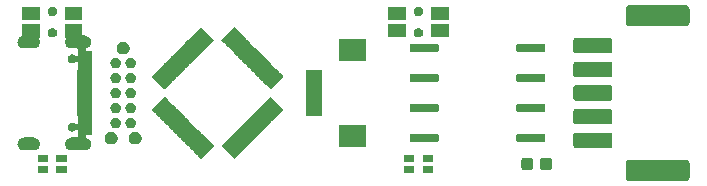
<source format=gbr>
G04 #@! TF.GenerationSoftware,KiCad,Pcbnew,(5.1.0)-1*
G04 #@! TF.CreationDate,2020-02-07T04:27:50-08:00*
G04 #@! TF.ProjectId,design,64657369-676e-42e6-9b69-6361645f7063,rev?*
G04 #@! TF.SameCoordinates,Original*
G04 #@! TF.FileFunction,Soldermask,Top*
G04 #@! TF.FilePolarity,Negative*
%FSLAX46Y46*%
G04 Gerber Fmt 4.6, Leading zero omitted, Abs format (unit mm)*
G04 Created by KiCad (PCBNEW (5.1.0)-1) date 2020-02-07 04:27:50*
%MOMM*%
%LPD*%
G04 APERTURE LIST*
%ADD10C,0.100000*%
G04 APERTURE END LIST*
D10*
G36*
X203707945Y-61655392D02*
G01*
X203764456Y-61672534D01*
X203816528Y-61700367D01*
X203862173Y-61737827D01*
X203899633Y-61783472D01*
X203927466Y-61835544D01*
X203944608Y-61892055D01*
X203951000Y-61956956D01*
X203951000Y-63143044D01*
X203944608Y-63207945D01*
X203927466Y-63264456D01*
X203899633Y-63316528D01*
X203862173Y-63362173D01*
X203816528Y-63399633D01*
X203764456Y-63427466D01*
X203707945Y-63444608D01*
X203643044Y-63451000D01*
X198856956Y-63451000D01*
X198792055Y-63444608D01*
X198735544Y-63427466D01*
X198683472Y-63399633D01*
X198637827Y-63362173D01*
X198600367Y-63316528D01*
X198572534Y-63264456D01*
X198555392Y-63207945D01*
X198549000Y-63143044D01*
X198549000Y-61956956D01*
X198555392Y-61892055D01*
X198572534Y-61835544D01*
X198600367Y-61783472D01*
X198637827Y-61737827D01*
X198683472Y-61700367D01*
X198735544Y-61672534D01*
X198792055Y-61655392D01*
X198856956Y-61649000D01*
X203643044Y-61649000D01*
X203707945Y-61655392D01*
X203707945Y-61655392D01*
G37*
G36*
X182251000Y-62751000D02*
G01*
X181349000Y-62751000D01*
X181349000Y-62149000D01*
X182251000Y-62149000D01*
X182251000Y-62751000D01*
X182251000Y-62751000D01*
G37*
G36*
X180651000Y-62751000D02*
G01*
X179749000Y-62751000D01*
X179749000Y-62149000D01*
X180651000Y-62149000D01*
X180651000Y-62751000D01*
X180651000Y-62751000D01*
G37*
G36*
X149651000Y-62751000D02*
G01*
X148749000Y-62751000D01*
X148749000Y-62149000D01*
X149651000Y-62149000D01*
X149651000Y-62751000D01*
X149651000Y-62751000D01*
G37*
G36*
X151251000Y-62751000D02*
G01*
X150349000Y-62751000D01*
X150349000Y-62149000D01*
X151251000Y-62149000D01*
X151251000Y-62751000D01*
X151251000Y-62751000D01*
G37*
G36*
X190554591Y-61478085D02*
G01*
X190588569Y-61488393D01*
X190619890Y-61505134D01*
X190647339Y-61527661D01*
X190669866Y-61555110D01*
X190686607Y-61586431D01*
X190696915Y-61620409D01*
X190701000Y-61661890D01*
X190701000Y-62338110D01*
X190696915Y-62379591D01*
X190686607Y-62413569D01*
X190669866Y-62444890D01*
X190647339Y-62472339D01*
X190619890Y-62494866D01*
X190588569Y-62511607D01*
X190554591Y-62521915D01*
X190513110Y-62526000D01*
X189911890Y-62526000D01*
X189870409Y-62521915D01*
X189836431Y-62511607D01*
X189805110Y-62494866D01*
X189777661Y-62472339D01*
X189755134Y-62444890D01*
X189738393Y-62413569D01*
X189728085Y-62379591D01*
X189724000Y-62338110D01*
X189724000Y-61661890D01*
X189728085Y-61620409D01*
X189738393Y-61586431D01*
X189755134Y-61555110D01*
X189777661Y-61527661D01*
X189805110Y-61505134D01*
X189836431Y-61488393D01*
X189870409Y-61478085D01*
X189911890Y-61474000D01*
X190513110Y-61474000D01*
X190554591Y-61478085D01*
X190554591Y-61478085D01*
G37*
G36*
X192129591Y-61478085D02*
G01*
X192163569Y-61488393D01*
X192194890Y-61505134D01*
X192222339Y-61527661D01*
X192244866Y-61555110D01*
X192261607Y-61586431D01*
X192271915Y-61620409D01*
X192276000Y-61661890D01*
X192276000Y-62338110D01*
X192271915Y-62379591D01*
X192261607Y-62413569D01*
X192244866Y-62444890D01*
X192222339Y-62472339D01*
X192194890Y-62494866D01*
X192163569Y-62511607D01*
X192129591Y-62521915D01*
X192088110Y-62526000D01*
X191486890Y-62526000D01*
X191445409Y-62521915D01*
X191411431Y-62511607D01*
X191380110Y-62494866D01*
X191352661Y-62472339D01*
X191330134Y-62444890D01*
X191313393Y-62413569D01*
X191303085Y-62379591D01*
X191299000Y-62338110D01*
X191299000Y-61661890D01*
X191303085Y-61620409D01*
X191313393Y-61586431D01*
X191330134Y-61555110D01*
X191352661Y-61527661D01*
X191380110Y-61505134D01*
X191411431Y-61488393D01*
X191445409Y-61478085D01*
X191486890Y-61474000D01*
X192088110Y-61474000D01*
X192129591Y-61478085D01*
X192129591Y-61478085D01*
G37*
G36*
X180651000Y-61851000D02*
G01*
X179749000Y-61851000D01*
X179749000Y-61249000D01*
X180651000Y-61249000D01*
X180651000Y-61851000D01*
X180651000Y-61851000D01*
G37*
G36*
X182251000Y-61851000D02*
G01*
X181349000Y-61851000D01*
X181349000Y-61249000D01*
X182251000Y-61249000D01*
X182251000Y-61851000D01*
X182251000Y-61851000D01*
G37*
G36*
X149651000Y-61851000D02*
G01*
X148749000Y-61851000D01*
X148749000Y-61249000D01*
X149651000Y-61249000D01*
X149651000Y-61851000D01*
X149651000Y-61851000D01*
G37*
G36*
X151251000Y-61851000D02*
G01*
X150349000Y-61851000D01*
X150349000Y-61249000D01*
X151251000Y-61249000D01*
X151251000Y-61851000D01*
X151251000Y-61851000D01*
G37*
G36*
X159534844Y-56316169D02*
G01*
X159541859Y-56318297D01*
X159548325Y-56321754D01*
X159558759Y-56330316D01*
X159780596Y-56552153D01*
X159789158Y-56562587D01*
X159792615Y-56569054D01*
X159797146Y-56583990D01*
X159806523Y-56606629D01*
X159820137Y-56627003D01*
X159837464Y-56644330D01*
X159857839Y-56657944D01*
X159880476Y-56667320D01*
X159895412Y-56671851D01*
X159901879Y-56675308D01*
X159912313Y-56683870D01*
X160134150Y-56905707D01*
X160142712Y-56916141D01*
X160146169Y-56922607D01*
X160150700Y-56937544D01*
X160160078Y-56960183D01*
X160173692Y-56980557D01*
X160191019Y-56997884D01*
X160211394Y-57011497D01*
X160234029Y-57020873D01*
X160248966Y-57025404D01*
X160255432Y-57028861D01*
X160265866Y-57037423D01*
X160487703Y-57259260D01*
X160496265Y-57269694D01*
X160499722Y-57276161D01*
X160504253Y-57291097D01*
X160513630Y-57313736D01*
X160527244Y-57334110D01*
X160544571Y-57351437D01*
X160564946Y-57365051D01*
X160587583Y-57374427D01*
X160602519Y-57378958D01*
X160608986Y-57382415D01*
X160619420Y-57390977D01*
X160841257Y-57612814D01*
X160849819Y-57623248D01*
X160853276Y-57629714D01*
X160857807Y-57644651D01*
X160867185Y-57667290D01*
X160880799Y-57687664D01*
X160898126Y-57704991D01*
X160918501Y-57718604D01*
X160941136Y-57727980D01*
X160956073Y-57732511D01*
X160962539Y-57735968D01*
X160972973Y-57744530D01*
X161194810Y-57966367D01*
X161203372Y-57976801D01*
X161206829Y-57983267D01*
X161211360Y-57998204D01*
X161220738Y-58020843D01*
X161234352Y-58041217D01*
X161251679Y-58058544D01*
X161272054Y-58072157D01*
X161294689Y-58081533D01*
X161309626Y-58086064D01*
X161316092Y-58089521D01*
X161326526Y-58098083D01*
X161548363Y-58319920D01*
X161556925Y-58330354D01*
X161560382Y-58336821D01*
X161564913Y-58351757D01*
X161574290Y-58374396D01*
X161587904Y-58394770D01*
X161605231Y-58412097D01*
X161625606Y-58425711D01*
X161648243Y-58435087D01*
X161663179Y-58439618D01*
X161669646Y-58443075D01*
X161680080Y-58451637D01*
X161901917Y-58673474D01*
X161910479Y-58683908D01*
X161913936Y-58690374D01*
X161918467Y-58705311D01*
X161927845Y-58727950D01*
X161941459Y-58748324D01*
X161958786Y-58765651D01*
X161979161Y-58779264D01*
X162001796Y-58788640D01*
X162016733Y-58793171D01*
X162023199Y-58796628D01*
X162033633Y-58805190D01*
X162255470Y-59027027D01*
X162264032Y-59037461D01*
X162267489Y-59043927D01*
X162272020Y-59058864D01*
X162281398Y-59081503D01*
X162295012Y-59101877D01*
X162312339Y-59119204D01*
X162332714Y-59132817D01*
X162355349Y-59142193D01*
X162370286Y-59146724D01*
X162376752Y-59150181D01*
X162387186Y-59158743D01*
X162609023Y-59380580D01*
X162617585Y-59391014D01*
X162621042Y-59397481D01*
X162625573Y-59412417D01*
X162634950Y-59435056D01*
X162648564Y-59455430D01*
X162665891Y-59472757D01*
X162686266Y-59486371D01*
X162708903Y-59495747D01*
X162723839Y-59500278D01*
X162730306Y-59503735D01*
X162740740Y-59512297D01*
X162962577Y-59734134D01*
X162971139Y-59744568D01*
X162974596Y-59751034D01*
X162979127Y-59765971D01*
X162988505Y-59788610D01*
X163002119Y-59808984D01*
X163019446Y-59826311D01*
X163039821Y-59839924D01*
X163062456Y-59849300D01*
X163077393Y-59853831D01*
X163083859Y-59857288D01*
X163094293Y-59865850D01*
X163316130Y-60087687D01*
X163324692Y-60098121D01*
X163328149Y-60104588D01*
X163332680Y-60119524D01*
X163342057Y-60142163D01*
X163355671Y-60162537D01*
X163372998Y-60179864D01*
X163393373Y-60193478D01*
X163416010Y-60202854D01*
X163430946Y-60207385D01*
X163437413Y-60210842D01*
X163447847Y-60219404D01*
X163669684Y-60441241D01*
X163678246Y-60451675D01*
X163681703Y-60458141D01*
X163683831Y-60465156D01*
X163684549Y-60472451D01*
X163683831Y-60479746D01*
X163681703Y-60486761D01*
X163678246Y-60493227D01*
X163669684Y-60503661D01*
X162616997Y-61556348D01*
X162606563Y-61564910D01*
X162600097Y-61568367D01*
X162593082Y-61570495D01*
X162585787Y-61571213D01*
X162578492Y-61570495D01*
X162571477Y-61568367D01*
X162565011Y-61564910D01*
X162554577Y-61556348D01*
X162332740Y-61334511D01*
X162324178Y-61324077D01*
X162320721Y-61317610D01*
X162316190Y-61302674D01*
X162306813Y-61280035D01*
X162293199Y-61259661D01*
X162275872Y-61242334D01*
X162255497Y-61228720D01*
X162232860Y-61219344D01*
X162217924Y-61214813D01*
X162211457Y-61211356D01*
X162201023Y-61202794D01*
X161979186Y-60980957D01*
X161970624Y-60970523D01*
X161967167Y-60964057D01*
X161962636Y-60949120D01*
X161953258Y-60926481D01*
X161939644Y-60906107D01*
X161922317Y-60888780D01*
X161901942Y-60875167D01*
X161879307Y-60865791D01*
X161864370Y-60861260D01*
X161857904Y-60857803D01*
X161847470Y-60849241D01*
X161625633Y-60627404D01*
X161617071Y-60616970D01*
X161613614Y-60610503D01*
X161609083Y-60595567D01*
X161599706Y-60572928D01*
X161586092Y-60552554D01*
X161568765Y-60535227D01*
X161548390Y-60521613D01*
X161525753Y-60512237D01*
X161510817Y-60507706D01*
X161504350Y-60504249D01*
X161493916Y-60495687D01*
X161272079Y-60273850D01*
X161263517Y-60263416D01*
X161260060Y-60256950D01*
X161255529Y-60242013D01*
X161246151Y-60219374D01*
X161232537Y-60199000D01*
X161215210Y-60181673D01*
X161194835Y-60168060D01*
X161172200Y-60158684D01*
X161157263Y-60154153D01*
X161150797Y-60150696D01*
X161140363Y-60142134D01*
X160918526Y-59920297D01*
X160909964Y-59909863D01*
X160906507Y-59903397D01*
X160901976Y-59888460D01*
X160892598Y-59865821D01*
X160878984Y-59845447D01*
X160861657Y-59828120D01*
X160841282Y-59814507D01*
X160818647Y-59805131D01*
X160803710Y-59800600D01*
X160797244Y-59797143D01*
X160786810Y-59788581D01*
X160564973Y-59566744D01*
X160556411Y-59556310D01*
X160552954Y-59549843D01*
X160548423Y-59534907D01*
X160539046Y-59512268D01*
X160525432Y-59491894D01*
X160508105Y-59474567D01*
X160487730Y-59460953D01*
X160465093Y-59451577D01*
X160450157Y-59447046D01*
X160443690Y-59443589D01*
X160433256Y-59435027D01*
X160211419Y-59213190D01*
X160202857Y-59202756D01*
X160199400Y-59196290D01*
X160194869Y-59181353D01*
X160185491Y-59158714D01*
X160171877Y-59138340D01*
X160154550Y-59121013D01*
X160134175Y-59107400D01*
X160111540Y-59098024D01*
X160096603Y-59093493D01*
X160090137Y-59090036D01*
X160079703Y-59081474D01*
X159857866Y-58859637D01*
X159849304Y-58849203D01*
X159845847Y-58842737D01*
X159841316Y-58827800D01*
X159831938Y-58805161D01*
X159818324Y-58784787D01*
X159800997Y-58767460D01*
X159780622Y-58753847D01*
X159757987Y-58744471D01*
X159743050Y-58739940D01*
X159736584Y-58736483D01*
X159726150Y-58727921D01*
X159504313Y-58506084D01*
X159495751Y-58495650D01*
X159492294Y-58489183D01*
X159487763Y-58474247D01*
X159478386Y-58451608D01*
X159464772Y-58431234D01*
X159447445Y-58413907D01*
X159427070Y-58400293D01*
X159404433Y-58390917D01*
X159389497Y-58386386D01*
X159383030Y-58382929D01*
X159372596Y-58374367D01*
X159150759Y-58152530D01*
X159142197Y-58142096D01*
X159138740Y-58135630D01*
X159134209Y-58120693D01*
X159124831Y-58098054D01*
X159111217Y-58077680D01*
X159093890Y-58060353D01*
X159073515Y-58046740D01*
X159050880Y-58037364D01*
X159035943Y-58032833D01*
X159029477Y-58029376D01*
X159019043Y-58020814D01*
X158797206Y-57798977D01*
X158788644Y-57788543D01*
X158785187Y-57782076D01*
X158780656Y-57767140D01*
X158771279Y-57744501D01*
X158757665Y-57724127D01*
X158740338Y-57706800D01*
X158719963Y-57693186D01*
X158697326Y-57683810D01*
X158682390Y-57679279D01*
X158675923Y-57675822D01*
X158665489Y-57667260D01*
X158443652Y-57445423D01*
X158435090Y-57434989D01*
X158431633Y-57428523D01*
X158429505Y-57421508D01*
X158428787Y-57414213D01*
X158429505Y-57406918D01*
X158431633Y-57399903D01*
X158435090Y-57393437D01*
X158443652Y-57383003D01*
X159496339Y-56330316D01*
X159506773Y-56321754D01*
X159513239Y-56318297D01*
X159520254Y-56316169D01*
X159527549Y-56315451D01*
X159534844Y-56316169D01*
X159534844Y-56316169D01*
G37*
G36*
X168479746Y-56316169D02*
G01*
X168486761Y-56318297D01*
X168493227Y-56321754D01*
X168503661Y-56330316D01*
X169556348Y-57383003D01*
X169564910Y-57393437D01*
X169568367Y-57399903D01*
X169570495Y-57406918D01*
X169571213Y-57414213D01*
X169570495Y-57421508D01*
X169568367Y-57428523D01*
X169564910Y-57434989D01*
X169556348Y-57445423D01*
X169334511Y-57667260D01*
X169324077Y-57675822D01*
X169317610Y-57679279D01*
X169302674Y-57683810D01*
X169280035Y-57693187D01*
X169259661Y-57706801D01*
X169242334Y-57724128D01*
X169228720Y-57744503D01*
X169219344Y-57767140D01*
X169214813Y-57782076D01*
X169211356Y-57788543D01*
X169202794Y-57798977D01*
X168980957Y-58020814D01*
X168970523Y-58029376D01*
X168964057Y-58032833D01*
X168949120Y-58037364D01*
X168926481Y-58046742D01*
X168906107Y-58060356D01*
X168888780Y-58077683D01*
X168875167Y-58098058D01*
X168865791Y-58120693D01*
X168861260Y-58135630D01*
X168857803Y-58142096D01*
X168849241Y-58152530D01*
X168627404Y-58374367D01*
X168616970Y-58382929D01*
X168610503Y-58386386D01*
X168595567Y-58390917D01*
X168572928Y-58400294D01*
X168552554Y-58413908D01*
X168535227Y-58431235D01*
X168521613Y-58451610D01*
X168512237Y-58474247D01*
X168507706Y-58489183D01*
X168504249Y-58495650D01*
X168495687Y-58506084D01*
X168273850Y-58727921D01*
X168263416Y-58736483D01*
X168256950Y-58739940D01*
X168242013Y-58744471D01*
X168219374Y-58753849D01*
X168199000Y-58767463D01*
X168181673Y-58784790D01*
X168168060Y-58805165D01*
X168158684Y-58827800D01*
X168154153Y-58842737D01*
X168150696Y-58849203D01*
X168142134Y-58859637D01*
X167920297Y-59081474D01*
X167909863Y-59090036D01*
X167903397Y-59093493D01*
X167888460Y-59098024D01*
X167865821Y-59107402D01*
X167845447Y-59121016D01*
X167828120Y-59138343D01*
X167814507Y-59158718D01*
X167805131Y-59181353D01*
X167800600Y-59196290D01*
X167797143Y-59202756D01*
X167788581Y-59213190D01*
X167566744Y-59435027D01*
X167556310Y-59443589D01*
X167549843Y-59447046D01*
X167534907Y-59451577D01*
X167512268Y-59460954D01*
X167491894Y-59474568D01*
X167474567Y-59491895D01*
X167460953Y-59512270D01*
X167451577Y-59534907D01*
X167447046Y-59549843D01*
X167443589Y-59556310D01*
X167435027Y-59566744D01*
X167213190Y-59788581D01*
X167202756Y-59797143D01*
X167196290Y-59800600D01*
X167181353Y-59805131D01*
X167158714Y-59814509D01*
X167138340Y-59828123D01*
X167121013Y-59845450D01*
X167107400Y-59865825D01*
X167098024Y-59888460D01*
X167093493Y-59903397D01*
X167090036Y-59909863D01*
X167081474Y-59920297D01*
X166859637Y-60142134D01*
X166849203Y-60150696D01*
X166842737Y-60154153D01*
X166827800Y-60158684D01*
X166805161Y-60168062D01*
X166784787Y-60181676D01*
X166767460Y-60199003D01*
X166753847Y-60219378D01*
X166744471Y-60242013D01*
X166739940Y-60256950D01*
X166736483Y-60263416D01*
X166727921Y-60273850D01*
X166506084Y-60495687D01*
X166495650Y-60504249D01*
X166489183Y-60507706D01*
X166474247Y-60512237D01*
X166451608Y-60521614D01*
X166431234Y-60535228D01*
X166413907Y-60552555D01*
X166400293Y-60572930D01*
X166390917Y-60595567D01*
X166386386Y-60610503D01*
X166382929Y-60616970D01*
X166374367Y-60627404D01*
X166152530Y-60849241D01*
X166142096Y-60857803D01*
X166135630Y-60861260D01*
X166120693Y-60865791D01*
X166098054Y-60875169D01*
X166077680Y-60888783D01*
X166060353Y-60906110D01*
X166046740Y-60926485D01*
X166037364Y-60949120D01*
X166032833Y-60964057D01*
X166029376Y-60970523D01*
X166020814Y-60980957D01*
X165798977Y-61202794D01*
X165788543Y-61211356D01*
X165782076Y-61214813D01*
X165767140Y-61219344D01*
X165744501Y-61228721D01*
X165724127Y-61242335D01*
X165706800Y-61259662D01*
X165693186Y-61280037D01*
X165683810Y-61302674D01*
X165679279Y-61317610D01*
X165675822Y-61324077D01*
X165667260Y-61334511D01*
X165445423Y-61556348D01*
X165434989Y-61564910D01*
X165428523Y-61568367D01*
X165421508Y-61570495D01*
X165414213Y-61571213D01*
X165406918Y-61570495D01*
X165399903Y-61568367D01*
X165393437Y-61564910D01*
X165383003Y-61556348D01*
X164330316Y-60503661D01*
X164321754Y-60493227D01*
X164318297Y-60486761D01*
X164316169Y-60479746D01*
X164315451Y-60472451D01*
X164316169Y-60465156D01*
X164318297Y-60458141D01*
X164321754Y-60451675D01*
X164330316Y-60441241D01*
X164552153Y-60219404D01*
X164562587Y-60210842D01*
X164569054Y-60207385D01*
X164583990Y-60202854D01*
X164606629Y-60193477D01*
X164627003Y-60179863D01*
X164644330Y-60162536D01*
X164657944Y-60142161D01*
X164667320Y-60119524D01*
X164671851Y-60104588D01*
X164675308Y-60098121D01*
X164683870Y-60087687D01*
X164905707Y-59865850D01*
X164916141Y-59857288D01*
X164922607Y-59853831D01*
X164937544Y-59849300D01*
X164960183Y-59839922D01*
X164980557Y-59826308D01*
X164997884Y-59808981D01*
X165011497Y-59788606D01*
X165020873Y-59765971D01*
X165025404Y-59751034D01*
X165028861Y-59744568D01*
X165037423Y-59734134D01*
X165259260Y-59512297D01*
X165269694Y-59503735D01*
X165276161Y-59500278D01*
X165291097Y-59495747D01*
X165313736Y-59486370D01*
X165334110Y-59472756D01*
X165351437Y-59455429D01*
X165365051Y-59435054D01*
X165374427Y-59412417D01*
X165378958Y-59397481D01*
X165382415Y-59391014D01*
X165390977Y-59380580D01*
X165612814Y-59158743D01*
X165623248Y-59150181D01*
X165629714Y-59146724D01*
X165644651Y-59142193D01*
X165667290Y-59132815D01*
X165687664Y-59119201D01*
X165704991Y-59101874D01*
X165718604Y-59081499D01*
X165727980Y-59058864D01*
X165732511Y-59043927D01*
X165735968Y-59037461D01*
X165744530Y-59027027D01*
X165966367Y-58805190D01*
X165976801Y-58796628D01*
X165983267Y-58793171D01*
X165998204Y-58788640D01*
X166020843Y-58779262D01*
X166041217Y-58765648D01*
X166058544Y-58748321D01*
X166072157Y-58727946D01*
X166081533Y-58705311D01*
X166086064Y-58690374D01*
X166089521Y-58683908D01*
X166098083Y-58673474D01*
X166319920Y-58451637D01*
X166330354Y-58443075D01*
X166336821Y-58439618D01*
X166351757Y-58435087D01*
X166374396Y-58425710D01*
X166394770Y-58412096D01*
X166412097Y-58394769D01*
X166425711Y-58374394D01*
X166435087Y-58351757D01*
X166439618Y-58336821D01*
X166443075Y-58330354D01*
X166451637Y-58319920D01*
X166673474Y-58098083D01*
X166683908Y-58089521D01*
X166690374Y-58086064D01*
X166705311Y-58081533D01*
X166727950Y-58072155D01*
X166748324Y-58058541D01*
X166765651Y-58041214D01*
X166779264Y-58020839D01*
X166788640Y-57998204D01*
X166793171Y-57983267D01*
X166796628Y-57976801D01*
X166805190Y-57966367D01*
X167027027Y-57744530D01*
X167037461Y-57735968D01*
X167043927Y-57732511D01*
X167058864Y-57727980D01*
X167081503Y-57718602D01*
X167101877Y-57704988D01*
X167119204Y-57687661D01*
X167132817Y-57667286D01*
X167142193Y-57644651D01*
X167146724Y-57629714D01*
X167150181Y-57623248D01*
X167158743Y-57612814D01*
X167380580Y-57390977D01*
X167391014Y-57382415D01*
X167397481Y-57378958D01*
X167412417Y-57374427D01*
X167435056Y-57365050D01*
X167455430Y-57351436D01*
X167472757Y-57334109D01*
X167486371Y-57313734D01*
X167495747Y-57291097D01*
X167500278Y-57276161D01*
X167503735Y-57269694D01*
X167512297Y-57259260D01*
X167734134Y-57037423D01*
X167744568Y-57028861D01*
X167751034Y-57025404D01*
X167765971Y-57020873D01*
X167788610Y-57011495D01*
X167808984Y-56997881D01*
X167826311Y-56980554D01*
X167839924Y-56960179D01*
X167849300Y-56937544D01*
X167853831Y-56922607D01*
X167857288Y-56916141D01*
X167865850Y-56905707D01*
X168087687Y-56683870D01*
X168098121Y-56675308D01*
X168104588Y-56671851D01*
X168119524Y-56667320D01*
X168142163Y-56657943D01*
X168162537Y-56644329D01*
X168179864Y-56627002D01*
X168193478Y-56606627D01*
X168202854Y-56583990D01*
X168207385Y-56569054D01*
X168210842Y-56562587D01*
X168219404Y-56552153D01*
X168441241Y-56330316D01*
X168451675Y-56321754D01*
X168458141Y-56318297D01*
X168465156Y-56316169D01*
X168472451Y-56315451D01*
X168479746Y-56316169D01*
X168479746Y-56316169D01*
G37*
G36*
X148508015Y-59776973D02*
G01*
X148611879Y-59808479D01*
X148639055Y-59823005D01*
X148707600Y-59859643D01*
X148791501Y-59928499D01*
X148860357Y-60012400D01*
X148872264Y-60034677D01*
X148911521Y-60108121D01*
X148943027Y-60211985D01*
X148953666Y-60320000D01*
X148943027Y-60428015D01*
X148911521Y-60531879D01*
X148911519Y-60531882D01*
X148860357Y-60627600D01*
X148791501Y-60711501D01*
X148707600Y-60780357D01*
X148653288Y-60809387D01*
X148611879Y-60831521D01*
X148508015Y-60863027D01*
X148427067Y-60871000D01*
X147572933Y-60871000D01*
X147491985Y-60863027D01*
X147388121Y-60831521D01*
X147346712Y-60809387D01*
X147292400Y-60780357D01*
X147208499Y-60711501D01*
X147139643Y-60627600D01*
X147088481Y-60531882D01*
X147088479Y-60531879D01*
X147056973Y-60428015D01*
X147046334Y-60320000D01*
X147056973Y-60211985D01*
X147088479Y-60108121D01*
X147127736Y-60034677D01*
X147139643Y-60012400D01*
X147208499Y-59928499D01*
X147292400Y-59859643D01*
X147360945Y-59823005D01*
X147388121Y-59808479D01*
X147491985Y-59776973D01*
X147572933Y-59769000D01*
X148427067Y-59769000D01*
X148508015Y-59776973D01*
X148508015Y-59776973D01*
G37*
G36*
X152551000Y-51004001D02*
G01*
X152553402Y-51028387D01*
X152560515Y-51051836D01*
X152572066Y-51073447D01*
X152587611Y-51092389D01*
X152606553Y-51107934D01*
X152628164Y-51119485D01*
X152651613Y-51126598D01*
X152675999Y-51129000D01*
X152757067Y-51129000D01*
X152838015Y-51136973D01*
X152941879Y-51168479D01*
X152947076Y-51171257D01*
X153037600Y-51219643D01*
X153121501Y-51288499D01*
X153190357Y-51372400D01*
X153222882Y-51433251D01*
X153241521Y-51468121D01*
X153273027Y-51571985D01*
X153283666Y-51680000D01*
X153273027Y-51788015D01*
X153241521Y-51891879D01*
X153229091Y-51915133D01*
X153190357Y-51987600D01*
X153121501Y-52071501D01*
X153037600Y-52140357D01*
X152978630Y-52171877D01*
X152941879Y-52191521D01*
X152899462Y-52204388D01*
X152876832Y-52213762D01*
X152856458Y-52227375D01*
X152839131Y-52244702D01*
X152825517Y-52265077D01*
X152816139Y-52287716D01*
X152811359Y-52311749D01*
X152811359Y-52336253D01*
X152816139Y-52360286D01*
X152825517Y-52382925D01*
X152839130Y-52403299D01*
X152856457Y-52420626D01*
X152876832Y-52434240D01*
X152899471Y-52443618D01*
X152923504Y-52448398D01*
X152935756Y-52449000D01*
X153371000Y-52449000D01*
X153371000Y-59551000D01*
X152935756Y-59551000D01*
X152911370Y-59553402D01*
X152887921Y-59560515D01*
X152866310Y-59572066D01*
X152847368Y-59587611D01*
X152831823Y-59606553D01*
X152820272Y-59628164D01*
X152813159Y-59651613D01*
X152810757Y-59675999D01*
X152813159Y-59700385D01*
X152820272Y-59723834D01*
X152831823Y-59745445D01*
X152847368Y-59764387D01*
X152866310Y-59779932D01*
X152887921Y-59791483D01*
X152899453Y-59795609D01*
X152941879Y-59808479D01*
X152969055Y-59823005D01*
X153037600Y-59859643D01*
X153121501Y-59928499D01*
X153190357Y-60012400D01*
X153202264Y-60034677D01*
X153241521Y-60108121D01*
X153273027Y-60211985D01*
X153283666Y-60320000D01*
X153273027Y-60428015D01*
X153241521Y-60531879D01*
X153241519Y-60531882D01*
X153190357Y-60627600D01*
X153121501Y-60711501D01*
X153037600Y-60780357D01*
X152983288Y-60809387D01*
X152941879Y-60831521D01*
X152838015Y-60863027D01*
X152757067Y-60871000D01*
X151602933Y-60871000D01*
X151521985Y-60863027D01*
X151418121Y-60831521D01*
X151376712Y-60809387D01*
X151322400Y-60780357D01*
X151238499Y-60711501D01*
X151169643Y-60627600D01*
X151118481Y-60531882D01*
X151118479Y-60531879D01*
X151086973Y-60428015D01*
X151076334Y-60320000D01*
X151086973Y-60211985D01*
X151118479Y-60108121D01*
X151157736Y-60034677D01*
X151169643Y-60012400D01*
X151238499Y-59928499D01*
X151322400Y-59859643D01*
X151390945Y-59823005D01*
X151418121Y-59808479D01*
X151521985Y-59776973D01*
X151602933Y-59769000D01*
X152044001Y-59769000D01*
X152068387Y-59766598D01*
X152091836Y-59759485D01*
X152113447Y-59747934D01*
X152132389Y-59732389D01*
X152147934Y-59713447D01*
X152159485Y-59691836D01*
X152166598Y-59668387D01*
X152169000Y-59644001D01*
X152169000Y-59236193D01*
X152166598Y-59211807D01*
X152159485Y-59188358D01*
X152147934Y-59166747D01*
X152132389Y-59147805D01*
X152113447Y-59132260D01*
X152091836Y-59120709D01*
X152068387Y-59113596D01*
X152044001Y-59111194D01*
X152019615Y-59113596D01*
X151996166Y-59120709D01*
X151974555Y-59132260D01*
X151955613Y-59147805D01*
X151947375Y-59156895D01*
X151947159Y-59157159D01*
X151889904Y-59204146D01*
X151824585Y-59239060D01*
X151753710Y-59260560D01*
X151698472Y-59266000D01*
X151661528Y-59266000D01*
X151606290Y-59260560D01*
X151535415Y-59239060D01*
X151470096Y-59204146D01*
X151412841Y-59157159D01*
X151365854Y-59099904D01*
X151330940Y-59034585D01*
X151309440Y-58963710D01*
X151302181Y-58890000D01*
X151309440Y-58816290D01*
X151330940Y-58745415D01*
X151365854Y-58680096D01*
X151412841Y-58622841D01*
X151470096Y-58575854D01*
X151535415Y-58540940D01*
X151606290Y-58519440D01*
X151661528Y-58514000D01*
X151698472Y-58514000D01*
X151753710Y-58519440D01*
X151824585Y-58540940D01*
X151889904Y-58575854D01*
X151947159Y-58622841D01*
X151947375Y-58623105D01*
X151964702Y-58640432D01*
X151985076Y-58654046D01*
X152007715Y-58663423D01*
X152031749Y-58668204D01*
X152056253Y-58668204D01*
X152080286Y-58663424D01*
X152102925Y-58654046D01*
X152123299Y-58640433D01*
X152140626Y-58623106D01*
X152154240Y-58602732D01*
X152163617Y-58580093D01*
X152168398Y-58556059D01*
X152169000Y-58543807D01*
X152169000Y-58075999D01*
X152166598Y-58051613D01*
X152159485Y-58028164D01*
X152147934Y-58006553D01*
X152132389Y-57987611D01*
X152119000Y-57976623D01*
X152119000Y-54023377D01*
X152132389Y-54012389D01*
X152147934Y-53993447D01*
X152159485Y-53971836D01*
X152166598Y-53948387D01*
X152169000Y-53924001D01*
X152169000Y-53456193D01*
X152166598Y-53431807D01*
X152159485Y-53408358D01*
X152147934Y-53386747D01*
X152132389Y-53367805D01*
X152113447Y-53352260D01*
X152091836Y-53340709D01*
X152068387Y-53333596D01*
X152044001Y-53331194D01*
X152019615Y-53333596D01*
X151996166Y-53340709D01*
X151974555Y-53352260D01*
X151955613Y-53367805D01*
X151947375Y-53376895D01*
X151947159Y-53377159D01*
X151889904Y-53424146D01*
X151824585Y-53459060D01*
X151753710Y-53480560D01*
X151698472Y-53486000D01*
X151661528Y-53486000D01*
X151606290Y-53480560D01*
X151535415Y-53459060D01*
X151470096Y-53424146D01*
X151412841Y-53377159D01*
X151365854Y-53319904D01*
X151330940Y-53254585D01*
X151309440Y-53183710D01*
X151302181Y-53110000D01*
X151309440Y-53036290D01*
X151330940Y-52965415D01*
X151365854Y-52900096D01*
X151412841Y-52842841D01*
X151470096Y-52795854D01*
X151535415Y-52760940D01*
X151606290Y-52739440D01*
X151661528Y-52734000D01*
X151698472Y-52734000D01*
X151753710Y-52739440D01*
X151824585Y-52760940D01*
X151889904Y-52795854D01*
X151947159Y-52842841D01*
X151947375Y-52843105D01*
X151964702Y-52860432D01*
X151985076Y-52874046D01*
X152007715Y-52883423D01*
X152031749Y-52888204D01*
X152056253Y-52888204D01*
X152080286Y-52883424D01*
X152102925Y-52874046D01*
X152123299Y-52860433D01*
X152140626Y-52843106D01*
X152154240Y-52822732D01*
X152163617Y-52800093D01*
X152168398Y-52776059D01*
X152169000Y-52763807D01*
X152169000Y-52355999D01*
X152166598Y-52331613D01*
X152159485Y-52308164D01*
X152147934Y-52286553D01*
X152132389Y-52267611D01*
X152113447Y-52252066D01*
X152091836Y-52240515D01*
X152068387Y-52233402D01*
X152044001Y-52231000D01*
X151602933Y-52231000D01*
X151521985Y-52223027D01*
X151418121Y-52191521D01*
X151381370Y-52171877D01*
X151322400Y-52140357D01*
X151238499Y-52071501D01*
X151169643Y-51987600D01*
X151130909Y-51915133D01*
X151118479Y-51891879D01*
X151086973Y-51788015D01*
X151076334Y-51680000D01*
X151086973Y-51571985D01*
X151118479Y-51468121D01*
X151118483Y-51468114D01*
X151121768Y-51457284D01*
X151126548Y-51433251D01*
X151126548Y-51408747D01*
X151121768Y-51384714D01*
X151112390Y-51362075D01*
X151098777Y-51341701D01*
X151081450Y-51324374D01*
X151061075Y-51310760D01*
X151049000Y-51305758D01*
X151049000Y-50144000D01*
X152551000Y-50144000D01*
X152551000Y-51004001D01*
X152551000Y-51004001D01*
G37*
G36*
X197261656Y-59353394D02*
G01*
X197298656Y-59364618D01*
X197332748Y-59382840D01*
X197362634Y-59407366D01*
X197387160Y-59437252D01*
X197405382Y-59471344D01*
X197416606Y-59508344D01*
X197421000Y-59552956D01*
X197421000Y-60447044D01*
X197416606Y-60491656D01*
X197405382Y-60528656D01*
X197387160Y-60562748D01*
X197362634Y-60592634D01*
X197332748Y-60617160D01*
X197298656Y-60635382D01*
X197261656Y-60646606D01*
X197217044Y-60651000D01*
X194322956Y-60651000D01*
X194278344Y-60646606D01*
X194241344Y-60635382D01*
X194207252Y-60617160D01*
X194177366Y-60592634D01*
X194152840Y-60562748D01*
X194134618Y-60528656D01*
X194123394Y-60491656D01*
X194119000Y-60447044D01*
X194119000Y-59552956D01*
X194123394Y-59508344D01*
X194134618Y-59471344D01*
X194152840Y-59437252D01*
X194177366Y-59407366D01*
X194207252Y-59382840D01*
X194241344Y-59364618D01*
X194278344Y-59353394D01*
X194322956Y-59349000D01*
X197217044Y-59349000D01*
X197261656Y-59353394D01*
X197261656Y-59353394D01*
G37*
G36*
X176551000Y-60601000D02*
G01*
X174249000Y-60601000D01*
X174249000Y-58699000D01*
X176551000Y-58699000D01*
X176551000Y-60601000D01*
X176551000Y-60601000D01*
G37*
G36*
X157122578Y-59274197D02*
G01*
X157175350Y-59284694D01*
X157274770Y-59325875D01*
X157364246Y-59385661D01*
X157440339Y-59461754D01*
X157500125Y-59551230D01*
X157541306Y-59650650D01*
X157544834Y-59668387D01*
X157562300Y-59756193D01*
X157562300Y-59863807D01*
X157557396Y-59888460D01*
X157541306Y-59969350D01*
X157500125Y-60068770D01*
X157440339Y-60158246D01*
X157364246Y-60234339D01*
X157274770Y-60294125D01*
X157175350Y-60335306D01*
X157122578Y-60345803D01*
X157069807Y-60356300D01*
X156962193Y-60356300D01*
X156909422Y-60345803D01*
X156856650Y-60335306D01*
X156757230Y-60294125D01*
X156667754Y-60234339D01*
X156591661Y-60158246D01*
X156531875Y-60068770D01*
X156490694Y-59969350D01*
X156474604Y-59888460D01*
X156469700Y-59863807D01*
X156469700Y-59756193D01*
X156487166Y-59668387D01*
X156490694Y-59650650D01*
X156531875Y-59551230D01*
X156591661Y-59461754D01*
X156667754Y-59385661D01*
X156757230Y-59325875D01*
X156856650Y-59284694D01*
X156909422Y-59274197D01*
X156962193Y-59263700D01*
X157069807Y-59263700D01*
X157122578Y-59274197D01*
X157122578Y-59274197D01*
G37*
G36*
X155090578Y-59274197D02*
G01*
X155143350Y-59284694D01*
X155242770Y-59325875D01*
X155332246Y-59385661D01*
X155408339Y-59461754D01*
X155468125Y-59551230D01*
X155509306Y-59650650D01*
X155512834Y-59668387D01*
X155530300Y-59756193D01*
X155530300Y-59863807D01*
X155525396Y-59888460D01*
X155509306Y-59969350D01*
X155468125Y-60068770D01*
X155408339Y-60158246D01*
X155332246Y-60234339D01*
X155242770Y-60294125D01*
X155143350Y-60335306D01*
X155090578Y-60345803D01*
X155037807Y-60356300D01*
X154930193Y-60356300D01*
X154877422Y-60345803D01*
X154824650Y-60335306D01*
X154725230Y-60294125D01*
X154635754Y-60234339D01*
X154559661Y-60158246D01*
X154499875Y-60068770D01*
X154458694Y-59969350D01*
X154442604Y-59888460D01*
X154437700Y-59863807D01*
X154437700Y-59756193D01*
X154455166Y-59668387D01*
X154458694Y-59650650D01*
X154499875Y-59551230D01*
X154559661Y-59461754D01*
X154635754Y-59385661D01*
X154725230Y-59325875D01*
X154824650Y-59284694D01*
X154877422Y-59274197D01*
X154930193Y-59263700D01*
X155037807Y-59263700D01*
X155090578Y-59274197D01*
X155090578Y-59274197D01*
G37*
G36*
X191649867Y-59437004D02*
G01*
X191673292Y-59444110D01*
X191694889Y-59455654D01*
X191713814Y-59471186D01*
X191729346Y-59490111D01*
X191740890Y-59511708D01*
X191747996Y-59535133D01*
X191751000Y-59565638D01*
X191751000Y-60054362D01*
X191747996Y-60084867D01*
X191740890Y-60108292D01*
X191729346Y-60129889D01*
X191713814Y-60148814D01*
X191694889Y-60164346D01*
X191673292Y-60175890D01*
X191649867Y-60182996D01*
X191619362Y-60186000D01*
X189430638Y-60186000D01*
X189400133Y-60182996D01*
X189376708Y-60175890D01*
X189355111Y-60164346D01*
X189336186Y-60148814D01*
X189320654Y-60129889D01*
X189309110Y-60108292D01*
X189302004Y-60084867D01*
X189299000Y-60054362D01*
X189299000Y-59565638D01*
X189302004Y-59535133D01*
X189309110Y-59511708D01*
X189320654Y-59490111D01*
X189336186Y-59471186D01*
X189355111Y-59455654D01*
X189376708Y-59444110D01*
X189400133Y-59437004D01*
X189430638Y-59434000D01*
X191619362Y-59434000D01*
X191649867Y-59437004D01*
X191649867Y-59437004D01*
G37*
G36*
X182599867Y-59437004D02*
G01*
X182623292Y-59444110D01*
X182644889Y-59455654D01*
X182663814Y-59471186D01*
X182679346Y-59490111D01*
X182690890Y-59511708D01*
X182697996Y-59535133D01*
X182701000Y-59565638D01*
X182701000Y-60054362D01*
X182697996Y-60084867D01*
X182690890Y-60108292D01*
X182679346Y-60129889D01*
X182663814Y-60148814D01*
X182644889Y-60164346D01*
X182623292Y-60175890D01*
X182599867Y-60182996D01*
X182569362Y-60186000D01*
X180380638Y-60186000D01*
X180350133Y-60182996D01*
X180326708Y-60175890D01*
X180305111Y-60164346D01*
X180286186Y-60148814D01*
X180270654Y-60129889D01*
X180259110Y-60108292D01*
X180252004Y-60084867D01*
X180249000Y-60054362D01*
X180249000Y-59565638D01*
X180252004Y-59535133D01*
X180259110Y-59511708D01*
X180270654Y-59490111D01*
X180286186Y-59471186D01*
X180305111Y-59455654D01*
X180326708Y-59444110D01*
X180350133Y-59437004D01*
X180380638Y-59434000D01*
X182569362Y-59434000D01*
X182599867Y-59437004D01*
X182599867Y-59437004D01*
G37*
G36*
X155494714Y-58112389D02*
G01*
X155566433Y-58142096D01*
X155575645Y-58145912D01*
X155648480Y-58194579D01*
X155710421Y-58256520D01*
X155759088Y-58329355D01*
X155759089Y-58329357D01*
X155792611Y-58410286D01*
X155809700Y-58496199D01*
X155809700Y-58583801D01*
X155792611Y-58669714D01*
X155760050Y-58748324D01*
X155759088Y-58750645D01*
X155710421Y-58823480D01*
X155648480Y-58885421D01*
X155575645Y-58934088D01*
X155575644Y-58934089D01*
X155575643Y-58934089D01*
X155494714Y-58967611D01*
X155408801Y-58984700D01*
X155321199Y-58984700D01*
X155235286Y-58967611D01*
X155154357Y-58934089D01*
X155154356Y-58934089D01*
X155154355Y-58934088D01*
X155081520Y-58885421D01*
X155019579Y-58823480D01*
X154970912Y-58750645D01*
X154969951Y-58748324D01*
X154937389Y-58669714D01*
X154920300Y-58583801D01*
X154920300Y-58496199D01*
X154937389Y-58410286D01*
X154970911Y-58329357D01*
X154970912Y-58329355D01*
X155019579Y-58256520D01*
X155081520Y-58194579D01*
X155154355Y-58145912D01*
X155163568Y-58142096D01*
X155235286Y-58112389D01*
X155321199Y-58095300D01*
X155408801Y-58095300D01*
X155494714Y-58112389D01*
X155494714Y-58112389D01*
G37*
G36*
X156764714Y-58112389D02*
G01*
X156836433Y-58142096D01*
X156845645Y-58145912D01*
X156918480Y-58194579D01*
X156980421Y-58256520D01*
X157029088Y-58329355D01*
X157029089Y-58329357D01*
X157062611Y-58410286D01*
X157079700Y-58496199D01*
X157079700Y-58583801D01*
X157062611Y-58669714D01*
X157030050Y-58748324D01*
X157029088Y-58750645D01*
X156980421Y-58823480D01*
X156918480Y-58885421D01*
X156845645Y-58934088D01*
X156845644Y-58934089D01*
X156845643Y-58934089D01*
X156764714Y-58967611D01*
X156678801Y-58984700D01*
X156591199Y-58984700D01*
X156505286Y-58967611D01*
X156424357Y-58934089D01*
X156424356Y-58934089D01*
X156424355Y-58934088D01*
X156351520Y-58885421D01*
X156289579Y-58823480D01*
X156240912Y-58750645D01*
X156239951Y-58748324D01*
X156207389Y-58669714D01*
X156190300Y-58583801D01*
X156190300Y-58496199D01*
X156207389Y-58410286D01*
X156240911Y-58329357D01*
X156240912Y-58329355D01*
X156289579Y-58256520D01*
X156351520Y-58194579D01*
X156424355Y-58145912D01*
X156433568Y-58142096D01*
X156505286Y-58112389D01*
X156591199Y-58095300D01*
X156678801Y-58095300D01*
X156764714Y-58112389D01*
X156764714Y-58112389D01*
G37*
G36*
X197261656Y-57353394D02*
G01*
X197298656Y-57364618D01*
X197332748Y-57382840D01*
X197362634Y-57407366D01*
X197387160Y-57437252D01*
X197405382Y-57471344D01*
X197416606Y-57508344D01*
X197421000Y-57552956D01*
X197421000Y-58447044D01*
X197416606Y-58491656D01*
X197405382Y-58528656D01*
X197387160Y-58562748D01*
X197362634Y-58592634D01*
X197332748Y-58617160D01*
X197298656Y-58635382D01*
X197261656Y-58646606D01*
X197217044Y-58651000D01*
X194322956Y-58651000D01*
X194278344Y-58646606D01*
X194241344Y-58635382D01*
X194207252Y-58617160D01*
X194177366Y-58592634D01*
X194152840Y-58562748D01*
X194134618Y-58528656D01*
X194123394Y-58491656D01*
X194119000Y-58447044D01*
X194119000Y-57552956D01*
X194123394Y-57508344D01*
X194134618Y-57471344D01*
X194152840Y-57437252D01*
X194177366Y-57407366D01*
X194207252Y-57382840D01*
X194241344Y-57364618D01*
X194278344Y-57353394D01*
X194322956Y-57349000D01*
X197217044Y-57349000D01*
X197261656Y-57353394D01*
X197261656Y-57353394D01*
G37*
G36*
X172851000Y-57951000D02*
G01*
X171449000Y-57951000D01*
X171449000Y-54049000D01*
X172851000Y-54049000D01*
X172851000Y-57951000D01*
X172851000Y-57951000D01*
G37*
G36*
X155494714Y-56842389D02*
G01*
X155575645Y-56875912D01*
X155648480Y-56924579D01*
X155710421Y-56986520D01*
X155756506Y-57055491D01*
X155759089Y-57059357D01*
X155792611Y-57140286D01*
X155809700Y-57226199D01*
X155809700Y-57313801D01*
X155792611Y-57399714D01*
X155763478Y-57470048D01*
X155759088Y-57480645D01*
X155710421Y-57553480D01*
X155648480Y-57615421D01*
X155575645Y-57664088D01*
X155575644Y-57664089D01*
X155575643Y-57664089D01*
X155494714Y-57697611D01*
X155408801Y-57714700D01*
X155321199Y-57714700D01*
X155235286Y-57697611D01*
X155154357Y-57664089D01*
X155154356Y-57664089D01*
X155154355Y-57664088D01*
X155081520Y-57615421D01*
X155019579Y-57553480D01*
X154970912Y-57480645D01*
X154966523Y-57470048D01*
X154937389Y-57399714D01*
X154920300Y-57313801D01*
X154920300Y-57226199D01*
X154937389Y-57140286D01*
X154970911Y-57059357D01*
X154973494Y-57055491D01*
X155019579Y-56986520D01*
X155081520Y-56924579D01*
X155154355Y-56875912D01*
X155235286Y-56842389D01*
X155321199Y-56825300D01*
X155408801Y-56825300D01*
X155494714Y-56842389D01*
X155494714Y-56842389D01*
G37*
G36*
X156764714Y-56842389D02*
G01*
X156845645Y-56875912D01*
X156918480Y-56924579D01*
X156980421Y-56986520D01*
X157026506Y-57055491D01*
X157029089Y-57059357D01*
X157062611Y-57140286D01*
X157079700Y-57226199D01*
X157079700Y-57313801D01*
X157062611Y-57399714D01*
X157033478Y-57470048D01*
X157029088Y-57480645D01*
X156980421Y-57553480D01*
X156918480Y-57615421D01*
X156845645Y-57664088D01*
X156845644Y-57664089D01*
X156845643Y-57664089D01*
X156764714Y-57697611D01*
X156678801Y-57714700D01*
X156591199Y-57714700D01*
X156505286Y-57697611D01*
X156424357Y-57664089D01*
X156424356Y-57664089D01*
X156424355Y-57664088D01*
X156351520Y-57615421D01*
X156289579Y-57553480D01*
X156240912Y-57480645D01*
X156236523Y-57470048D01*
X156207389Y-57399714D01*
X156190300Y-57313801D01*
X156190300Y-57226199D01*
X156207389Y-57140286D01*
X156240911Y-57059357D01*
X156243494Y-57055491D01*
X156289579Y-56986520D01*
X156351520Y-56924579D01*
X156424355Y-56875912D01*
X156505286Y-56842389D01*
X156591199Y-56825300D01*
X156678801Y-56825300D01*
X156764714Y-56842389D01*
X156764714Y-56842389D01*
G37*
G36*
X191649867Y-56897004D02*
G01*
X191673292Y-56904110D01*
X191694889Y-56915654D01*
X191713814Y-56931186D01*
X191729346Y-56950111D01*
X191740890Y-56971708D01*
X191747996Y-56995133D01*
X191751000Y-57025638D01*
X191751000Y-57514362D01*
X191747996Y-57544867D01*
X191740890Y-57568292D01*
X191729346Y-57589889D01*
X191713814Y-57608814D01*
X191694889Y-57624346D01*
X191673292Y-57635890D01*
X191649867Y-57642996D01*
X191619362Y-57646000D01*
X189430638Y-57646000D01*
X189400133Y-57642996D01*
X189376708Y-57635890D01*
X189355111Y-57624346D01*
X189336186Y-57608814D01*
X189320654Y-57589889D01*
X189309110Y-57568292D01*
X189302004Y-57544867D01*
X189299000Y-57514362D01*
X189299000Y-57025638D01*
X189302004Y-56995133D01*
X189309110Y-56971708D01*
X189320654Y-56950111D01*
X189336186Y-56931186D01*
X189355111Y-56915654D01*
X189376708Y-56904110D01*
X189400133Y-56897004D01*
X189430638Y-56894000D01*
X191619362Y-56894000D01*
X191649867Y-56897004D01*
X191649867Y-56897004D01*
G37*
G36*
X182599867Y-56897004D02*
G01*
X182623292Y-56904110D01*
X182644889Y-56915654D01*
X182663814Y-56931186D01*
X182679346Y-56950111D01*
X182690890Y-56971708D01*
X182697996Y-56995133D01*
X182701000Y-57025638D01*
X182701000Y-57514362D01*
X182697996Y-57544867D01*
X182690890Y-57568292D01*
X182679346Y-57589889D01*
X182663814Y-57608814D01*
X182644889Y-57624346D01*
X182623292Y-57635890D01*
X182599867Y-57642996D01*
X182569362Y-57646000D01*
X180380638Y-57646000D01*
X180350133Y-57642996D01*
X180326708Y-57635890D01*
X180305111Y-57624346D01*
X180286186Y-57608814D01*
X180270654Y-57589889D01*
X180259110Y-57568292D01*
X180252004Y-57544867D01*
X180249000Y-57514362D01*
X180249000Y-57025638D01*
X180252004Y-56995133D01*
X180259110Y-56971708D01*
X180270654Y-56950111D01*
X180286186Y-56931186D01*
X180305111Y-56915654D01*
X180326708Y-56904110D01*
X180350133Y-56897004D01*
X180380638Y-56894000D01*
X182569362Y-56894000D01*
X182599867Y-56897004D01*
X182599867Y-56897004D01*
G37*
G36*
X197261656Y-55353394D02*
G01*
X197298656Y-55364618D01*
X197332748Y-55382840D01*
X197362634Y-55407366D01*
X197387160Y-55437252D01*
X197405382Y-55471344D01*
X197416606Y-55508344D01*
X197421000Y-55552956D01*
X197421000Y-56447044D01*
X197416606Y-56491656D01*
X197405382Y-56528656D01*
X197387160Y-56562748D01*
X197362634Y-56592634D01*
X197332748Y-56617160D01*
X197298656Y-56635382D01*
X197261656Y-56646606D01*
X197217044Y-56651000D01*
X194322956Y-56651000D01*
X194278344Y-56646606D01*
X194241344Y-56635382D01*
X194207252Y-56617160D01*
X194177366Y-56592634D01*
X194152840Y-56562748D01*
X194134618Y-56528656D01*
X194123394Y-56491656D01*
X194119000Y-56447044D01*
X194119000Y-55552956D01*
X194123394Y-55508344D01*
X194134618Y-55471344D01*
X194152840Y-55437252D01*
X194177366Y-55407366D01*
X194207252Y-55382840D01*
X194241344Y-55364618D01*
X194278344Y-55353394D01*
X194322956Y-55349000D01*
X197217044Y-55349000D01*
X197261656Y-55353394D01*
X197261656Y-55353394D01*
G37*
G36*
X155494714Y-55572389D02*
G01*
X155575645Y-55605912D01*
X155648480Y-55654579D01*
X155710421Y-55716520D01*
X155710422Y-55716522D01*
X155759089Y-55789357D01*
X155792611Y-55870286D01*
X155809700Y-55956199D01*
X155809700Y-56043801D01*
X155792611Y-56129714D01*
X155759088Y-56210645D01*
X155710421Y-56283480D01*
X155648480Y-56345421D01*
X155575645Y-56394088D01*
X155575644Y-56394089D01*
X155575643Y-56394089D01*
X155494714Y-56427611D01*
X155408801Y-56444700D01*
X155321199Y-56444700D01*
X155235286Y-56427611D01*
X155154357Y-56394089D01*
X155154356Y-56394089D01*
X155154355Y-56394088D01*
X155081520Y-56345421D01*
X155019579Y-56283480D01*
X154970912Y-56210645D01*
X154937389Y-56129714D01*
X154920300Y-56043801D01*
X154920300Y-55956199D01*
X154937389Y-55870286D01*
X154970911Y-55789357D01*
X155019578Y-55716522D01*
X155019579Y-55716520D01*
X155081520Y-55654579D01*
X155154355Y-55605912D01*
X155235286Y-55572389D01*
X155321199Y-55555300D01*
X155408801Y-55555300D01*
X155494714Y-55572389D01*
X155494714Y-55572389D01*
G37*
G36*
X156764714Y-55572389D02*
G01*
X156845645Y-55605912D01*
X156918480Y-55654579D01*
X156980421Y-55716520D01*
X156980422Y-55716522D01*
X157029089Y-55789357D01*
X157062611Y-55870286D01*
X157079700Y-55956199D01*
X157079700Y-56043801D01*
X157062611Y-56129714D01*
X157029088Y-56210645D01*
X156980421Y-56283480D01*
X156918480Y-56345421D01*
X156845645Y-56394088D01*
X156845644Y-56394089D01*
X156845643Y-56394089D01*
X156764714Y-56427611D01*
X156678801Y-56444700D01*
X156591199Y-56444700D01*
X156505286Y-56427611D01*
X156424357Y-56394089D01*
X156424356Y-56394089D01*
X156424355Y-56394088D01*
X156351520Y-56345421D01*
X156289579Y-56283480D01*
X156240912Y-56210645D01*
X156207389Y-56129714D01*
X156190300Y-56043801D01*
X156190300Y-55956199D01*
X156207389Y-55870286D01*
X156240911Y-55789357D01*
X156289578Y-55716522D01*
X156289579Y-55716520D01*
X156351520Y-55654579D01*
X156424355Y-55605912D01*
X156505286Y-55572389D01*
X156591199Y-55555300D01*
X156678801Y-55555300D01*
X156764714Y-55572389D01*
X156764714Y-55572389D01*
G37*
G36*
X162593082Y-50429505D02*
G01*
X162600097Y-50431633D01*
X162606563Y-50435090D01*
X162616997Y-50443652D01*
X163669684Y-51496339D01*
X163678246Y-51506773D01*
X163681703Y-51513239D01*
X163683831Y-51520254D01*
X163684549Y-51527549D01*
X163683831Y-51534844D01*
X163681703Y-51541859D01*
X163678246Y-51548325D01*
X163669684Y-51558759D01*
X163447847Y-51780596D01*
X163437413Y-51789158D01*
X163430946Y-51792615D01*
X163416010Y-51797146D01*
X163393371Y-51806523D01*
X163372997Y-51820137D01*
X163355670Y-51837464D01*
X163342056Y-51857839D01*
X163332680Y-51880476D01*
X163328149Y-51895412D01*
X163324692Y-51901879D01*
X163316130Y-51912313D01*
X163094293Y-52134150D01*
X163083859Y-52142712D01*
X163077393Y-52146169D01*
X163062456Y-52150700D01*
X163039817Y-52160078D01*
X163019443Y-52173692D01*
X163002116Y-52191019D01*
X162988503Y-52211394D01*
X162979127Y-52234029D01*
X162974596Y-52248966D01*
X162971139Y-52255432D01*
X162962577Y-52265866D01*
X162740740Y-52487703D01*
X162730306Y-52496265D01*
X162723839Y-52499722D01*
X162708903Y-52504253D01*
X162686264Y-52513630D01*
X162665890Y-52527244D01*
X162648563Y-52544571D01*
X162634949Y-52564946D01*
X162625573Y-52587583D01*
X162621042Y-52602519D01*
X162617585Y-52608986D01*
X162609023Y-52619420D01*
X162387186Y-52841257D01*
X162376752Y-52849819D01*
X162370286Y-52853276D01*
X162355349Y-52857807D01*
X162332710Y-52867185D01*
X162312336Y-52880799D01*
X162295009Y-52898126D01*
X162281396Y-52918501D01*
X162272020Y-52941136D01*
X162267489Y-52956073D01*
X162264032Y-52962539D01*
X162255470Y-52972973D01*
X162033633Y-53194810D01*
X162023199Y-53203372D01*
X162016733Y-53206829D01*
X162001796Y-53211360D01*
X161979157Y-53220738D01*
X161958783Y-53234352D01*
X161941456Y-53251679D01*
X161927843Y-53272054D01*
X161918467Y-53294689D01*
X161913936Y-53309626D01*
X161910479Y-53316092D01*
X161901917Y-53326526D01*
X161680080Y-53548363D01*
X161669646Y-53556925D01*
X161663179Y-53560382D01*
X161648243Y-53564913D01*
X161625604Y-53574290D01*
X161605230Y-53587904D01*
X161587903Y-53605231D01*
X161574289Y-53625606D01*
X161564913Y-53648243D01*
X161560382Y-53663179D01*
X161556925Y-53669646D01*
X161548363Y-53680080D01*
X161326526Y-53901917D01*
X161316092Y-53910479D01*
X161309626Y-53913936D01*
X161294689Y-53918467D01*
X161272050Y-53927845D01*
X161251676Y-53941459D01*
X161234349Y-53958786D01*
X161220736Y-53979161D01*
X161211360Y-54001796D01*
X161206829Y-54016733D01*
X161203372Y-54023199D01*
X161194810Y-54033633D01*
X160972973Y-54255470D01*
X160962539Y-54264032D01*
X160956073Y-54267489D01*
X160941136Y-54272020D01*
X160918497Y-54281398D01*
X160898123Y-54295012D01*
X160880796Y-54312339D01*
X160867183Y-54332714D01*
X160857807Y-54355349D01*
X160853276Y-54370286D01*
X160849819Y-54376752D01*
X160841257Y-54387186D01*
X160619420Y-54609023D01*
X160608986Y-54617585D01*
X160602519Y-54621042D01*
X160587583Y-54625573D01*
X160564944Y-54634950D01*
X160544570Y-54648564D01*
X160527243Y-54665891D01*
X160513629Y-54686266D01*
X160504253Y-54708903D01*
X160499722Y-54723839D01*
X160496265Y-54730306D01*
X160487703Y-54740740D01*
X160265866Y-54962577D01*
X160255432Y-54971139D01*
X160248966Y-54974596D01*
X160234029Y-54979127D01*
X160211390Y-54988505D01*
X160191016Y-55002119D01*
X160173689Y-55019446D01*
X160160076Y-55039821D01*
X160150700Y-55062456D01*
X160146169Y-55077393D01*
X160142712Y-55083859D01*
X160134150Y-55094293D01*
X159912313Y-55316130D01*
X159901879Y-55324692D01*
X159895412Y-55328149D01*
X159880476Y-55332680D01*
X159857837Y-55342057D01*
X159837463Y-55355671D01*
X159820136Y-55372998D01*
X159806522Y-55393373D01*
X159797146Y-55416010D01*
X159792615Y-55430946D01*
X159789158Y-55437413D01*
X159780596Y-55447847D01*
X159558759Y-55669684D01*
X159548325Y-55678246D01*
X159541859Y-55681703D01*
X159534844Y-55683831D01*
X159527549Y-55684549D01*
X159520254Y-55683831D01*
X159513239Y-55681703D01*
X159506773Y-55678246D01*
X159496339Y-55669684D01*
X158443652Y-54616997D01*
X158435090Y-54606563D01*
X158431633Y-54600097D01*
X158429505Y-54593082D01*
X158428787Y-54585787D01*
X158429505Y-54578492D01*
X158431633Y-54571477D01*
X158435090Y-54565011D01*
X158443652Y-54554577D01*
X158665489Y-54332740D01*
X158675923Y-54324178D01*
X158682390Y-54320721D01*
X158697326Y-54316190D01*
X158719965Y-54306813D01*
X158740339Y-54293199D01*
X158757666Y-54275872D01*
X158771280Y-54255497D01*
X158780656Y-54232860D01*
X158785187Y-54217924D01*
X158788644Y-54211457D01*
X158797206Y-54201023D01*
X159019043Y-53979186D01*
X159029477Y-53970624D01*
X159035943Y-53967167D01*
X159050880Y-53962636D01*
X159073519Y-53953258D01*
X159093893Y-53939644D01*
X159111220Y-53922317D01*
X159124833Y-53901942D01*
X159134209Y-53879307D01*
X159138740Y-53864370D01*
X159142197Y-53857904D01*
X159150759Y-53847470D01*
X159372596Y-53625633D01*
X159383030Y-53617071D01*
X159389497Y-53613614D01*
X159404433Y-53609083D01*
X159427072Y-53599706D01*
X159447446Y-53586092D01*
X159464773Y-53568765D01*
X159478387Y-53548390D01*
X159487763Y-53525753D01*
X159492294Y-53510817D01*
X159495751Y-53504350D01*
X159504313Y-53493916D01*
X159726150Y-53272079D01*
X159736584Y-53263517D01*
X159743050Y-53260060D01*
X159757987Y-53255529D01*
X159780626Y-53246151D01*
X159801000Y-53232537D01*
X159818327Y-53215210D01*
X159831940Y-53194835D01*
X159841316Y-53172200D01*
X159845847Y-53157263D01*
X159849304Y-53150797D01*
X159857866Y-53140363D01*
X160079703Y-52918526D01*
X160090137Y-52909964D01*
X160096603Y-52906507D01*
X160111540Y-52901976D01*
X160134179Y-52892598D01*
X160154553Y-52878984D01*
X160171880Y-52861657D01*
X160185493Y-52841282D01*
X160194869Y-52818647D01*
X160199400Y-52803710D01*
X160202857Y-52797244D01*
X160211419Y-52786810D01*
X160433256Y-52564973D01*
X160443690Y-52556411D01*
X160450157Y-52552954D01*
X160465093Y-52548423D01*
X160487732Y-52539046D01*
X160508106Y-52525432D01*
X160525433Y-52508105D01*
X160539047Y-52487730D01*
X160548423Y-52465093D01*
X160552954Y-52450157D01*
X160556411Y-52443690D01*
X160564973Y-52433256D01*
X160786810Y-52211419D01*
X160797244Y-52202857D01*
X160803710Y-52199400D01*
X160818647Y-52194869D01*
X160841286Y-52185491D01*
X160861660Y-52171877D01*
X160878987Y-52154550D01*
X160892600Y-52134175D01*
X160901976Y-52111540D01*
X160906507Y-52096603D01*
X160909964Y-52090137D01*
X160918526Y-52079703D01*
X161140363Y-51857866D01*
X161150797Y-51849304D01*
X161157263Y-51845847D01*
X161172200Y-51841316D01*
X161194839Y-51831938D01*
X161215213Y-51818324D01*
X161232540Y-51800997D01*
X161246153Y-51780622D01*
X161255529Y-51757987D01*
X161260060Y-51743050D01*
X161263517Y-51736584D01*
X161272079Y-51726150D01*
X161493916Y-51504313D01*
X161504350Y-51495751D01*
X161510817Y-51492294D01*
X161525753Y-51487763D01*
X161548392Y-51478386D01*
X161568766Y-51464772D01*
X161586093Y-51447445D01*
X161599707Y-51427070D01*
X161609083Y-51404433D01*
X161613614Y-51389497D01*
X161617071Y-51383030D01*
X161625633Y-51372596D01*
X161847470Y-51150759D01*
X161857904Y-51142197D01*
X161864370Y-51138740D01*
X161879307Y-51134209D01*
X161901946Y-51124831D01*
X161922320Y-51111217D01*
X161939647Y-51093890D01*
X161953260Y-51073515D01*
X161962636Y-51050880D01*
X161967167Y-51035943D01*
X161970624Y-51029477D01*
X161979186Y-51019043D01*
X162201023Y-50797206D01*
X162211457Y-50788644D01*
X162217924Y-50785187D01*
X162232860Y-50780656D01*
X162255499Y-50771279D01*
X162275873Y-50757665D01*
X162293200Y-50740338D01*
X162306814Y-50719963D01*
X162316190Y-50697326D01*
X162320721Y-50682390D01*
X162324178Y-50675923D01*
X162332740Y-50665489D01*
X162554577Y-50443652D01*
X162565011Y-50435090D01*
X162571477Y-50431633D01*
X162578492Y-50429505D01*
X162585787Y-50428787D01*
X162593082Y-50429505D01*
X162593082Y-50429505D01*
G37*
G36*
X165421508Y-50429505D02*
G01*
X165428523Y-50431633D01*
X165434989Y-50435090D01*
X165445423Y-50443652D01*
X165667260Y-50665489D01*
X165675822Y-50675923D01*
X165679279Y-50682390D01*
X165683810Y-50697326D01*
X165693187Y-50719965D01*
X165706801Y-50740339D01*
X165724128Y-50757666D01*
X165744503Y-50771280D01*
X165767140Y-50780656D01*
X165782076Y-50785187D01*
X165788543Y-50788644D01*
X165798977Y-50797206D01*
X166020814Y-51019043D01*
X166029376Y-51029477D01*
X166032833Y-51035943D01*
X166037364Y-51050880D01*
X166046742Y-51073519D01*
X166060356Y-51093893D01*
X166077683Y-51111220D01*
X166098058Y-51124833D01*
X166120693Y-51134209D01*
X166135630Y-51138740D01*
X166142096Y-51142197D01*
X166152530Y-51150759D01*
X166374367Y-51372596D01*
X166382929Y-51383030D01*
X166386386Y-51389497D01*
X166390917Y-51404433D01*
X166400294Y-51427072D01*
X166413908Y-51447446D01*
X166431235Y-51464773D01*
X166451610Y-51478387D01*
X166474247Y-51487763D01*
X166489183Y-51492294D01*
X166495650Y-51495751D01*
X166506084Y-51504313D01*
X166727921Y-51726150D01*
X166736483Y-51736584D01*
X166739940Y-51743050D01*
X166744471Y-51757987D01*
X166753849Y-51780626D01*
X166767463Y-51801000D01*
X166784790Y-51818327D01*
X166805165Y-51831940D01*
X166827800Y-51841316D01*
X166842737Y-51845847D01*
X166849203Y-51849304D01*
X166859637Y-51857866D01*
X167081474Y-52079703D01*
X167090036Y-52090137D01*
X167093493Y-52096603D01*
X167098024Y-52111540D01*
X167107402Y-52134179D01*
X167121016Y-52154553D01*
X167138343Y-52171880D01*
X167158718Y-52185493D01*
X167181353Y-52194869D01*
X167196290Y-52199400D01*
X167202756Y-52202857D01*
X167213190Y-52211419D01*
X167435027Y-52433256D01*
X167443589Y-52443690D01*
X167447046Y-52450157D01*
X167451577Y-52465093D01*
X167460954Y-52487732D01*
X167474568Y-52508106D01*
X167491895Y-52525433D01*
X167512270Y-52539047D01*
X167534907Y-52548423D01*
X167549843Y-52552954D01*
X167556310Y-52556411D01*
X167566744Y-52564973D01*
X167788581Y-52786810D01*
X167797143Y-52797244D01*
X167800600Y-52803710D01*
X167805131Y-52818647D01*
X167814509Y-52841286D01*
X167828123Y-52861660D01*
X167845450Y-52878987D01*
X167865825Y-52892600D01*
X167888460Y-52901976D01*
X167903397Y-52906507D01*
X167909863Y-52909964D01*
X167920297Y-52918526D01*
X168142134Y-53140363D01*
X168150696Y-53150797D01*
X168154153Y-53157263D01*
X168158684Y-53172200D01*
X168168062Y-53194839D01*
X168181676Y-53215213D01*
X168199003Y-53232540D01*
X168219378Y-53246153D01*
X168242013Y-53255529D01*
X168256950Y-53260060D01*
X168263416Y-53263517D01*
X168273850Y-53272079D01*
X168495687Y-53493916D01*
X168504249Y-53504350D01*
X168507706Y-53510817D01*
X168512237Y-53525753D01*
X168521614Y-53548392D01*
X168535228Y-53568766D01*
X168552555Y-53586093D01*
X168572930Y-53599707D01*
X168595567Y-53609083D01*
X168610503Y-53613614D01*
X168616970Y-53617071D01*
X168627404Y-53625633D01*
X168849241Y-53847470D01*
X168857803Y-53857904D01*
X168861260Y-53864370D01*
X168865791Y-53879307D01*
X168875169Y-53901946D01*
X168888783Y-53922320D01*
X168906110Y-53939647D01*
X168926485Y-53953260D01*
X168949120Y-53962636D01*
X168964057Y-53967167D01*
X168970523Y-53970624D01*
X168980957Y-53979186D01*
X169202794Y-54201023D01*
X169211356Y-54211457D01*
X169214813Y-54217924D01*
X169219344Y-54232860D01*
X169228721Y-54255499D01*
X169242335Y-54275873D01*
X169259662Y-54293200D01*
X169280037Y-54306814D01*
X169302674Y-54316190D01*
X169317610Y-54320721D01*
X169324077Y-54324178D01*
X169334511Y-54332740D01*
X169556348Y-54554577D01*
X169564910Y-54565011D01*
X169568367Y-54571477D01*
X169570495Y-54578492D01*
X169571213Y-54585787D01*
X169570495Y-54593082D01*
X169568367Y-54600097D01*
X169564910Y-54606563D01*
X169556348Y-54616997D01*
X168503661Y-55669684D01*
X168493227Y-55678246D01*
X168486761Y-55681703D01*
X168479746Y-55683831D01*
X168472451Y-55684549D01*
X168465156Y-55683831D01*
X168458141Y-55681703D01*
X168451675Y-55678246D01*
X168441241Y-55669684D01*
X168219404Y-55447847D01*
X168210842Y-55437413D01*
X168207385Y-55430946D01*
X168202854Y-55416010D01*
X168193477Y-55393371D01*
X168179863Y-55372997D01*
X168162536Y-55355670D01*
X168142161Y-55342056D01*
X168119524Y-55332680D01*
X168104588Y-55328149D01*
X168098121Y-55324692D01*
X168087687Y-55316130D01*
X167865850Y-55094293D01*
X167857288Y-55083859D01*
X167853831Y-55077393D01*
X167849300Y-55062456D01*
X167839922Y-55039817D01*
X167826308Y-55019443D01*
X167808981Y-55002116D01*
X167788606Y-54988503D01*
X167765971Y-54979127D01*
X167751034Y-54974596D01*
X167744568Y-54971139D01*
X167734134Y-54962577D01*
X167512297Y-54740740D01*
X167503735Y-54730306D01*
X167500278Y-54723839D01*
X167495747Y-54708903D01*
X167486370Y-54686264D01*
X167472756Y-54665890D01*
X167455429Y-54648563D01*
X167435054Y-54634949D01*
X167412417Y-54625573D01*
X167397481Y-54621042D01*
X167391014Y-54617585D01*
X167380580Y-54609023D01*
X167158743Y-54387186D01*
X167150181Y-54376752D01*
X167146724Y-54370286D01*
X167142193Y-54355349D01*
X167132815Y-54332710D01*
X167119201Y-54312336D01*
X167101874Y-54295009D01*
X167081499Y-54281396D01*
X167058864Y-54272020D01*
X167043927Y-54267489D01*
X167037461Y-54264032D01*
X167027027Y-54255470D01*
X166805190Y-54033633D01*
X166796628Y-54023199D01*
X166793171Y-54016733D01*
X166788640Y-54001796D01*
X166779262Y-53979157D01*
X166765648Y-53958783D01*
X166748321Y-53941456D01*
X166727946Y-53927843D01*
X166705311Y-53918467D01*
X166690374Y-53913936D01*
X166683908Y-53910479D01*
X166673474Y-53901917D01*
X166451637Y-53680080D01*
X166443075Y-53669646D01*
X166439618Y-53663179D01*
X166435087Y-53648243D01*
X166425710Y-53625604D01*
X166412096Y-53605230D01*
X166394769Y-53587903D01*
X166374394Y-53574289D01*
X166351757Y-53564913D01*
X166336821Y-53560382D01*
X166330354Y-53556925D01*
X166319920Y-53548363D01*
X166098083Y-53326526D01*
X166089521Y-53316092D01*
X166086064Y-53309626D01*
X166081533Y-53294689D01*
X166072155Y-53272050D01*
X166058541Y-53251676D01*
X166041214Y-53234349D01*
X166020839Y-53220736D01*
X165998204Y-53211360D01*
X165983267Y-53206829D01*
X165976801Y-53203372D01*
X165966367Y-53194810D01*
X165744530Y-52972973D01*
X165735968Y-52962539D01*
X165732511Y-52956073D01*
X165727980Y-52941136D01*
X165718602Y-52918497D01*
X165704988Y-52898123D01*
X165687661Y-52880796D01*
X165667286Y-52867183D01*
X165644651Y-52857807D01*
X165629714Y-52853276D01*
X165623248Y-52849819D01*
X165612814Y-52841257D01*
X165390977Y-52619420D01*
X165382415Y-52608986D01*
X165378958Y-52602519D01*
X165374427Y-52587583D01*
X165365050Y-52564944D01*
X165351436Y-52544570D01*
X165334109Y-52527243D01*
X165313734Y-52513629D01*
X165291097Y-52504253D01*
X165276161Y-52499722D01*
X165269694Y-52496265D01*
X165259260Y-52487703D01*
X165037423Y-52265866D01*
X165028861Y-52255432D01*
X165025404Y-52248966D01*
X165020873Y-52234029D01*
X165011495Y-52211390D01*
X164997881Y-52191016D01*
X164980554Y-52173689D01*
X164960179Y-52160076D01*
X164937544Y-52150700D01*
X164922607Y-52146169D01*
X164916141Y-52142712D01*
X164905707Y-52134150D01*
X164683870Y-51912313D01*
X164675308Y-51901879D01*
X164671851Y-51895412D01*
X164667320Y-51880476D01*
X164657943Y-51857837D01*
X164644329Y-51837463D01*
X164627002Y-51820136D01*
X164606627Y-51806522D01*
X164583990Y-51797146D01*
X164569054Y-51792615D01*
X164562587Y-51789158D01*
X164552153Y-51780596D01*
X164330316Y-51558759D01*
X164321754Y-51548325D01*
X164318297Y-51541859D01*
X164316169Y-51534844D01*
X164315451Y-51527549D01*
X164316169Y-51520254D01*
X164318297Y-51513239D01*
X164321754Y-51506773D01*
X164330316Y-51496339D01*
X165383003Y-50443652D01*
X165393437Y-50435090D01*
X165399903Y-50431633D01*
X165406918Y-50429505D01*
X165414213Y-50428787D01*
X165421508Y-50429505D01*
X165421508Y-50429505D01*
G37*
G36*
X155494714Y-54302389D02*
G01*
X155567988Y-54332740D01*
X155575645Y-54335912D01*
X155648480Y-54384579D01*
X155710421Y-54446520D01*
X155710422Y-54446522D01*
X155759089Y-54519357D01*
X155792611Y-54600286D01*
X155809700Y-54686199D01*
X155809700Y-54773801D01*
X155792611Y-54859714D01*
X155759088Y-54940645D01*
X155710421Y-55013480D01*
X155648480Y-55075421D01*
X155575645Y-55124088D01*
X155575644Y-55124089D01*
X155575643Y-55124089D01*
X155494714Y-55157611D01*
X155408801Y-55174700D01*
X155321199Y-55174700D01*
X155235286Y-55157611D01*
X155154357Y-55124089D01*
X155154356Y-55124089D01*
X155154355Y-55124088D01*
X155081520Y-55075421D01*
X155019579Y-55013480D01*
X154970912Y-54940645D01*
X154937389Y-54859714D01*
X154920300Y-54773801D01*
X154920300Y-54686199D01*
X154937389Y-54600286D01*
X154970911Y-54519357D01*
X155019578Y-54446522D01*
X155019579Y-54446520D01*
X155081520Y-54384579D01*
X155154355Y-54335912D01*
X155162013Y-54332740D01*
X155235286Y-54302389D01*
X155321199Y-54285300D01*
X155408801Y-54285300D01*
X155494714Y-54302389D01*
X155494714Y-54302389D01*
G37*
G36*
X156764714Y-54302389D02*
G01*
X156837988Y-54332740D01*
X156845645Y-54335912D01*
X156918480Y-54384579D01*
X156980421Y-54446520D01*
X156980422Y-54446522D01*
X157029089Y-54519357D01*
X157062611Y-54600286D01*
X157079700Y-54686199D01*
X157079700Y-54773801D01*
X157062611Y-54859714D01*
X157029088Y-54940645D01*
X156980421Y-55013480D01*
X156918480Y-55075421D01*
X156845645Y-55124088D01*
X156845644Y-55124089D01*
X156845643Y-55124089D01*
X156764714Y-55157611D01*
X156678801Y-55174700D01*
X156591199Y-55174700D01*
X156505286Y-55157611D01*
X156424357Y-55124089D01*
X156424356Y-55124089D01*
X156424355Y-55124088D01*
X156351520Y-55075421D01*
X156289579Y-55013480D01*
X156240912Y-54940645D01*
X156207389Y-54859714D01*
X156190300Y-54773801D01*
X156190300Y-54686199D01*
X156207389Y-54600286D01*
X156240911Y-54519357D01*
X156289578Y-54446522D01*
X156289579Y-54446520D01*
X156351520Y-54384579D01*
X156424355Y-54335912D01*
X156432013Y-54332740D01*
X156505286Y-54302389D01*
X156591199Y-54285300D01*
X156678801Y-54285300D01*
X156764714Y-54302389D01*
X156764714Y-54302389D01*
G37*
G36*
X182599867Y-54357004D02*
G01*
X182623292Y-54364110D01*
X182644889Y-54375654D01*
X182663814Y-54391186D01*
X182679346Y-54410111D01*
X182690890Y-54431708D01*
X182697996Y-54455133D01*
X182701000Y-54485638D01*
X182701000Y-54974362D01*
X182697996Y-55004867D01*
X182690890Y-55028292D01*
X182679346Y-55049889D01*
X182663814Y-55068814D01*
X182644889Y-55084346D01*
X182623292Y-55095890D01*
X182599867Y-55102996D01*
X182569362Y-55106000D01*
X180380638Y-55106000D01*
X180350133Y-55102996D01*
X180326708Y-55095890D01*
X180305111Y-55084346D01*
X180286186Y-55068814D01*
X180270654Y-55049889D01*
X180259110Y-55028292D01*
X180252004Y-55004867D01*
X180249000Y-54974362D01*
X180249000Y-54485638D01*
X180252004Y-54455133D01*
X180259110Y-54431708D01*
X180270654Y-54410111D01*
X180286186Y-54391186D01*
X180305111Y-54375654D01*
X180326708Y-54364110D01*
X180350133Y-54357004D01*
X180380638Y-54354000D01*
X182569362Y-54354000D01*
X182599867Y-54357004D01*
X182599867Y-54357004D01*
G37*
G36*
X191649867Y-54357004D02*
G01*
X191673292Y-54364110D01*
X191694889Y-54375654D01*
X191713814Y-54391186D01*
X191729346Y-54410111D01*
X191740890Y-54431708D01*
X191747996Y-54455133D01*
X191751000Y-54485638D01*
X191751000Y-54974362D01*
X191747996Y-55004867D01*
X191740890Y-55028292D01*
X191729346Y-55049889D01*
X191713814Y-55068814D01*
X191694889Y-55084346D01*
X191673292Y-55095890D01*
X191649867Y-55102996D01*
X191619362Y-55106000D01*
X189430638Y-55106000D01*
X189400133Y-55102996D01*
X189376708Y-55095890D01*
X189355111Y-55084346D01*
X189336186Y-55068814D01*
X189320654Y-55049889D01*
X189309110Y-55028292D01*
X189302004Y-55004867D01*
X189299000Y-54974362D01*
X189299000Y-54485638D01*
X189302004Y-54455133D01*
X189309110Y-54431708D01*
X189320654Y-54410111D01*
X189336186Y-54391186D01*
X189355111Y-54375654D01*
X189376708Y-54364110D01*
X189400133Y-54357004D01*
X189430638Y-54354000D01*
X191619362Y-54354000D01*
X191649867Y-54357004D01*
X191649867Y-54357004D01*
G37*
G36*
X197261656Y-53353394D02*
G01*
X197298656Y-53364618D01*
X197332748Y-53382840D01*
X197362634Y-53407366D01*
X197387160Y-53437252D01*
X197405382Y-53471344D01*
X197416606Y-53508344D01*
X197421000Y-53552956D01*
X197421000Y-54447044D01*
X197416606Y-54491656D01*
X197405382Y-54528656D01*
X197387160Y-54562748D01*
X197362634Y-54592634D01*
X197332748Y-54617160D01*
X197298656Y-54635382D01*
X197261656Y-54646606D01*
X197217044Y-54651000D01*
X194322956Y-54651000D01*
X194278344Y-54646606D01*
X194241344Y-54635382D01*
X194207252Y-54617160D01*
X194177366Y-54592634D01*
X194152840Y-54562748D01*
X194134618Y-54528656D01*
X194123394Y-54491656D01*
X194119000Y-54447044D01*
X194119000Y-53552956D01*
X194123394Y-53508344D01*
X194134618Y-53471344D01*
X194152840Y-53437252D01*
X194177366Y-53407366D01*
X194207252Y-53382840D01*
X194241344Y-53364618D01*
X194278344Y-53353394D01*
X194322956Y-53349000D01*
X197217044Y-53349000D01*
X197261656Y-53353394D01*
X197261656Y-53353394D01*
G37*
G36*
X156764714Y-53032389D02*
G01*
X156845645Y-53065912D01*
X156918480Y-53114579D01*
X156980421Y-53176520D01*
X157029088Y-53249355D01*
X157029089Y-53249357D01*
X157062611Y-53330286D01*
X157079700Y-53416199D01*
X157079700Y-53503801D01*
X157062611Y-53589714D01*
X157043418Y-53636051D01*
X157029088Y-53670645D01*
X156980421Y-53743480D01*
X156918480Y-53805421D01*
X156845645Y-53854088D01*
X156845644Y-53854089D01*
X156845643Y-53854089D01*
X156764714Y-53887611D01*
X156678801Y-53904700D01*
X156591199Y-53904700D01*
X156505286Y-53887611D01*
X156424357Y-53854089D01*
X156424356Y-53854089D01*
X156424355Y-53854088D01*
X156351520Y-53805421D01*
X156289579Y-53743480D01*
X156240912Y-53670645D01*
X156226583Y-53636051D01*
X156207389Y-53589714D01*
X156190300Y-53503801D01*
X156190300Y-53416199D01*
X156207389Y-53330286D01*
X156240911Y-53249357D01*
X156240912Y-53249355D01*
X156289579Y-53176520D01*
X156351520Y-53114579D01*
X156424355Y-53065912D01*
X156505286Y-53032389D01*
X156591199Y-53015300D01*
X156678801Y-53015300D01*
X156764714Y-53032389D01*
X156764714Y-53032389D01*
G37*
G36*
X155494714Y-53032389D02*
G01*
X155575645Y-53065912D01*
X155648480Y-53114579D01*
X155710421Y-53176520D01*
X155759088Y-53249355D01*
X155759089Y-53249357D01*
X155792611Y-53330286D01*
X155809700Y-53416199D01*
X155809700Y-53503801D01*
X155792611Y-53589714D01*
X155773418Y-53636051D01*
X155759088Y-53670645D01*
X155710421Y-53743480D01*
X155648480Y-53805421D01*
X155575645Y-53854088D01*
X155575644Y-53854089D01*
X155575643Y-53854089D01*
X155494714Y-53887611D01*
X155408801Y-53904700D01*
X155321199Y-53904700D01*
X155235286Y-53887611D01*
X155154357Y-53854089D01*
X155154356Y-53854089D01*
X155154355Y-53854088D01*
X155081520Y-53805421D01*
X155019579Y-53743480D01*
X154970912Y-53670645D01*
X154956583Y-53636051D01*
X154937389Y-53589714D01*
X154920300Y-53503801D01*
X154920300Y-53416199D01*
X154937389Y-53330286D01*
X154970911Y-53249357D01*
X154970912Y-53249355D01*
X155019579Y-53176520D01*
X155081520Y-53114579D01*
X155154355Y-53065912D01*
X155235286Y-53032389D01*
X155321199Y-53015300D01*
X155408801Y-53015300D01*
X155494714Y-53032389D01*
X155494714Y-53032389D01*
G37*
G36*
X176551000Y-53301000D02*
G01*
X174249000Y-53301000D01*
X174249000Y-51399000D01*
X176551000Y-51399000D01*
X176551000Y-53301000D01*
X176551000Y-53301000D01*
G37*
G36*
X156106578Y-51654197D02*
G01*
X156159350Y-51664694D01*
X156258770Y-51705875D01*
X156348246Y-51765661D01*
X156424339Y-51841754D01*
X156484125Y-51931230D01*
X156525306Y-52030650D01*
X156525306Y-52030651D01*
X156546300Y-52136193D01*
X156546300Y-52243807D01*
X156542069Y-52265077D01*
X156525306Y-52349350D01*
X156484125Y-52448770D01*
X156424339Y-52538246D01*
X156348246Y-52614339D01*
X156258770Y-52674125D01*
X156159350Y-52715306D01*
X156106578Y-52725803D01*
X156053807Y-52736300D01*
X155946193Y-52736300D01*
X155893422Y-52725803D01*
X155840650Y-52715306D01*
X155741230Y-52674125D01*
X155651754Y-52614339D01*
X155575661Y-52538246D01*
X155515875Y-52448770D01*
X155474694Y-52349350D01*
X155457931Y-52265077D01*
X155453700Y-52243807D01*
X155453700Y-52136193D01*
X155474694Y-52030651D01*
X155474694Y-52030650D01*
X155515875Y-51931230D01*
X155575661Y-51841754D01*
X155651754Y-51765661D01*
X155741230Y-51705875D01*
X155840650Y-51664694D01*
X155893422Y-51654197D01*
X155946193Y-51643700D01*
X156053807Y-51643700D01*
X156106578Y-51654197D01*
X156106578Y-51654197D01*
G37*
G36*
X197261656Y-51353394D02*
G01*
X197298656Y-51364618D01*
X197332748Y-51382840D01*
X197362634Y-51407366D01*
X197387160Y-51437252D01*
X197405382Y-51471344D01*
X197416606Y-51508344D01*
X197421000Y-51552956D01*
X197421000Y-52447044D01*
X197416606Y-52491656D01*
X197405382Y-52528656D01*
X197387160Y-52562748D01*
X197362634Y-52592634D01*
X197332748Y-52617160D01*
X197298656Y-52635382D01*
X197261656Y-52646606D01*
X197217044Y-52651000D01*
X194322956Y-52651000D01*
X194278344Y-52646606D01*
X194241344Y-52635382D01*
X194207252Y-52617160D01*
X194177366Y-52592634D01*
X194152840Y-52562748D01*
X194134618Y-52528656D01*
X194123394Y-52491656D01*
X194119000Y-52447044D01*
X194119000Y-51552956D01*
X194123394Y-51508344D01*
X194134618Y-51471344D01*
X194152840Y-51437252D01*
X194177366Y-51407366D01*
X194207252Y-51382840D01*
X194241344Y-51364618D01*
X194278344Y-51353394D01*
X194322956Y-51349000D01*
X197217044Y-51349000D01*
X197261656Y-51353394D01*
X197261656Y-51353394D01*
G37*
G36*
X191649867Y-51817004D02*
G01*
X191673292Y-51824110D01*
X191694889Y-51835654D01*
X191713814Y-51851186D01*
X191729346Y-51870111D01*
X191740890Y-51891708D01*
X191747996Y-51915133D01*
X191751000Y-51945638D01*
X191751000Y-52434362D01*
X191747996Y-52464867D01*
X191740890Y-52488292D01*
X191729346Y-52509889D01*
X191713814Y-52528814D01*
X191694889Y-52544346D01*
X191673292Y-52555890D01*
X191649867Y-52562996D01*
X191619362Y-52566000D01*
X189430638Y-52566000D01*
X189400133Y-52562996D01*
X189376708Y-52555890D01*
X189355111Y-52544346D01*
X189336186Y-52528814D01*
X189320654Y-52509889D01*
X189309110Y-52488292D01*
X189302004Y-52464867D01*
X189299000Y-52434362D01*
X189299000Y-51945638D01*
X189302004Y-51915133D01*
X189309110Y-51891708D01*
X189320654Y-51870111D01*
X189336186Y-51851186D01*
X189355111Y-51835654D01*
X189376708Y-51824110D01*
X189400133Y-51817004D01*
X189430638Y-51814000D01*
X191619362Y-51814000D01*
X191649867Y-51817004D01*
X191649867Y-51817004D01*
G37*
G36*
X182599867Y-51817004D02*
G01*
X182623292Y-51824110D01*
X182644889Y-51835654D01*
X182663814Y-51851186D01*
X182679346Y-51870111D01*
X182690890Y-51891708D01*
X182697996Y-51915133D01*
X182701000Y-51945638D01*
X182701000Y-52434362D01*
X182697996Y-52464867D01*
X182690890Y-52488292D01*
X182679346Y-52509889D01*
X182663814Y-52528814D01*
X182644889Y-52544346D01*
X182623292Y-52555890D01*
X182599867Y-52562996D01*
X182569362Y-52566000D01*
X180380638Y-52566000D01*
X180350133Y-52562996D01*
X180326708Y-52555890D01*
X180305111Y-52544346D01*
X180286186Y-52528814D01*
X180270654Y-52509889D01*
X180259110Y-52488292D01*
X180252004Y-52464867D01*
X180249000Y-52434362D01*
X180249000Y-51945638D01*
X180252004Y-51915133D01*
X180259110Y-51891708D01*
X180270654Y-51870111D01*
X180286186Y-51851186D01*
X180305111Y-51835654D01*
X180326708Y-51824110D01*
X180350133Y-51817004D01*
X180380638Y-51814000D01*
X182569362Y-51814000D01*
X182599867Y-51817004D01*
X182599867Y-51817004D01*
G37*
G36*
X148951000Y-51323141D02*
G01*
X148939461Y-51332611D01*
X148923916Y-51351553D01*
X148912365Y-51373164D01*
X148905252Y-51396613D01*
X148902850Y-51420999D01*
X148905252Y-51445385D01*
X148908232Y-51457284D01*
X148911517Y-51468114D01*
X148911521Y-51468121D01*
X148943027Y-51571985D01*
X148953666Y-51680000D01*
X148943027Y-51788015D01*
X148911521Y-51891879D01*
X148899091Y-51915133D01*
X148860357Y-51987600D01*
X148791501Y-52071501D01*
X148707600Y-52140357D01*
X148648630Y-52171877D01*
X148611879Y-52191521D01*
X148508015Y-52223027D01*
X148427067Y-52231000D01*
X147572933Y-52231000D01*
X147491985Y-52223027D01*
X147388121Y-52191521D01*
X147351370Y-52171877D01*
X147292400Y-52140357D01*
X147208499Y-52071501D01*
X147139643Y-51987600D01*
X147100909Y-51915133D01*
X147088479Y-51891879D01*
X147056973Y-51788015D01*
X147046334Y-51680000D01*
X147056973Y-51571985D01*
X147088479Y-51468121D01*
X147107118Y-51433251D01*
X147139643Y-51372400D01*
X147208499Y-51288499D01*
X147292400Y-51219643D01*
X147370096Y-51178114D01*
X147382930Y-51171254D01*
X147403299Y-51157644D01*
X147420626Y-51140317D01*
X147434240Y-51119942D01*
X147443617Y-51097304D01*
X147448398Y-51073270D01*
X147449000Y-51061018D01*
X147449000Y-50144000D01*
X148951000Y-50144000D01*
X148951000Y-51323141D01*
X148951000Y-51323141D01*
G37*
G36*
X181078231Y-50506705D02*
G01*
X181116967Y-50514410D01*
X181147195Y-50526931D01*
X181189944Y-50544638D01*
X181255622Y-50588523D01*
X181311477Y-50644378D01*
X181355362Y-50710056D01*
X181359466Y-50719965D01*
X181385590Y-50783033D01*
X181401000Y-50860505D01*
X181401000Y-50939495D01*
X181385590Y-51016967D01*
X181380408Y-51029477D01*
X181355362Y-51089944D01*
X181311477Y-51155622D01*
X181255622Y-51211477D01*
X181189944Y-51255362D01*
X181147195Y-51273069D01*
X181116967Y-51285590D01*
X181102342Y-51288499D01*
X181039496Y-51301000D01*
X180960504Y-51301000D01*
X180897658Y-51288499D01*
X180883033Y-51285590D01*
X180852805Y-51273069D01*
X180810056Y-51255362D01*
X180744378Y-51211477D01*
X180688523Y-51155622D01*
X180644638Y-51089944D01*
X180619592Y-51029477D01*
X180614410Y-51016967D01*
X180599000Y-50939495D01*
X180599000Y-50860505D01*
X180614410Y-50783033D01*
X180640534Y-50719965D01*
X180644638Y-50710056D01*
X180688523Y-50644378D01*
X180744378Y-50588523D01*
X180810056Y-50544638D01*
X180852805Y-50526931D01*
X180883033Y-50514410D01*
X180921769Y-50506705D01*
X180960504Y-50499000D01*
X181039496Y-50499000D01*
X181078231Y-50506705D01*
X181078231Y-50506705D01*
G37*
G36*
X150078231Y-50506705D02*
G01*
X150116967Y-50514410D01*
X150147195Y-50526931D01*
X150189944Y-50544638D01*
X150255622Y-50588523D01*
X150311477Y-50644378D01*
X150355362Y-50710056D01*
X150359466Y-50719965D01*
X150385590Y-50783033D01*
X150401000Y-50860505D01*
X150401000Y-50939495D01*
X150385590Y-51016967D01*
X150380408Y-51029477D01*
X150355362Y-51089944D01*
X150311477Y-51155622D01*
X150255622Y-51211477D01*
X150189944Y-51255362D01*
X150147195Y-51273069D01*
X150116967Y-51285590D01*
X150102342Y-51288499D01*
X150039496Y-51301000D01*
X149960504Y-51301000D01*
X149897658Y-51288499D01*
X149883033Y-51285590D01*
X149852805Y-51273069D01*
X149810056Y-51255362D01*
X149744378Y-51211477D01*
X149688523Y-51155622D01*
X149644638Y-51089944D01*
X149619592Y-51029477D01*
X149614410Y-51016967D01*
X149599000Y-50939495D01*
X149599000Y-50860505D01*
X149614410Y-50783033D01*
X149640534Y-50719965D01*
X149644638Y-50710056D01*
X149688523Y-50644378D01*
X149744378Y-50588523D01*
X149810056Y-50544638D01*
X149852805Y-50526931D01*
X149883033Y-50514410D01*
X149921769Y-50506705D01*
X149960504Y-50499000D01*
X150039496Y-50499000D01*
X150078231Y-50506705D01*
X150078231Y-50506705D01*
G37*
G36*
X179951000Y-51296000D02*
G01*
X178449000Y-51296000D01*
X178449000Y-50144000D01*
X179951000Y-50144000D01*
X179951000Y-51296000D01*
X179951000Y-51296000D01*
G37*
G36*
X183551000Y-51296000D02*
G01*
X182049000Y-51296000D01*
X182049000Y-50144000D01*
X183551000Y-50144000D01*
X183551000Y-51296000D01*
X183551000Y-51296000D01*
G37*
G36*
X203707945Y-48555392D02*
G01*
X203764456Y-48572534D01*
X203816528Y-48600367D01*
X203862173Y-48637827D01*
X203899633Y-48683472D01*
X203927466Y-48735544D01*
X203944608Y-48792055D01*
X203951000Y-48856956D01*
X203951000Y-50043044D01*
X203944608Y-50107945D01*
X203927466Y-50164456D01*
X203899633Y-50216528D01*
X203862173Y-50262173D01*
X203816528Y-50299633D01*
X203764456Y-50327466D01*
X203707945Y-50344608D01*
X203643044Y-50351000D01*
X198856956Y-50351000D01*
X198792055Y-50344608D01*
X198735544Y-50327466D01*
X198683472Y-50299633D01*
X198637827Y-50262173D01*
X198600367Y-50216528D01*
X198572534Y-50164456D01*
X198555392Y-50107945D01*
X198549000Y-50043044D01*
X198549000Y-48856956D01*
X198555392Y-48792055D01*
X198572534Y-48735544D01*
X198600367Y-48683472D01*
X198637827Y-48637827D01*
X198683472Y-48600367D01*
X198735544Y-48572534D01*
X198792055Y-48555392D01*
X198856956Y-48549000D01*
X203643044Y-48549000D01*
X203707945Y-48555392D01*
X203707945Y-48555392D01*
G37*
G36*
X183551000Y-49856000D02*
G01*
X182049000Y-49856000D01*
X182049000Y-48704000D01*
X183551000Y-48704000D01*
X183551000Y-49856000D01*
X183551000Y-49856000D01*
G37*
G36*
X179951000Y-49856000D02*
G01*
X178449000Y-49856000D01*
X178449000Y-48704000D01*
X179951000Y-48704000D01*
X179951000Y-49856000D01*
X179951000Y-49856000D01*
G37*
G36*
X148951000Y-49856000D02*
G01*
X147449000Y-49856000D01*
X147449000Y-48704000D01*
X148951000Y-48704000D01*
X148951000Y-49856000D01*
X148951000Y-49856000D01*
G37*
G36*
X152551000Y-49856000D02*
G01*
X151049000Y-49856000D01*
X151049000Y-48704000D01*
X152551000Y-48704000D01*
X152551000Y-49856000D01*
X152551000Y-49856000D01*
G37*
G36*
X150064632Y-48704000D02*
G01*
X150116967Y-48714410D01*
X150147195Y-48726931D01*
X150189944Y-48744638D01*
X150255622Y-48788523D01*
X150311477Y-48844378D01*
X150355362Y-48910056D01*
X150385590Y-48983034D01*
X150401000Y-49060504D01*
X150401000Y-49139496D01*
X150385590Y-49216966D01*
X150355362Y-49289944D01*
X150311477Y-49355622D01*
X150255622Y-49411477D01*
X150189944Y-49455362D01*
X150147195Y-49473069D01*
X150116967Y-49485590D01*
X150078231Y-49493295D01*
X150039496Y-49501000D01*
X149960504Y-49501000D01*
X149921769Y-49493295D01*
X149883033Y-49485590D01*
X149852805Y-49473069D01*
X149810056Y-49455362D01*
X149744378Y-49411477D01*
X149688523Y-49355622D01*
X149644638Y-49289944D01*
X149614410Y-49216966D01*
X149599000Y-49139496D01*
X149599000Y-49060504D01*
X149614410Y-48983034D01*
X149644638Y-48910056D01*
X149688523Y-48844378D01*
X149744378Y-48788523D01*
X149810056Y-48744638D01*
X149852805Y-48726931D01*
X149883033Y-48714410D01*
X149935368Y-48704000D01*
X149960504Y-48699000D01*
X150039496Y-48699000D01*
X150064632Y-48704000D01*
X150064632Y-48704000D01*
G37*
G36*
X181064632Y-48704000D02*
G01*
X181116967Y-48714410D01*
X181147195Y-48726931D01*
X181189944Y-48744638D01*
X181255622Y-48788523D01*
X181311477Y-48844378D01*
X181355362Y-48910056D01*
X181385590Y-48983034D01*
X181401000Y-49060504D01*
X181401000Y-49139496D01*
X181385590Y-49216966D01*
X181355362Y-49289944D01*
X181311477Y-49355622D01*
X181255622Y-49411477D01*
X181189944Y-49455362D01*
X181147195Y-49473069D01*
X181116967Y-49485590D01*
X181078231Y-49493295D01*
X181039496Y-49501000D01*
X180960504Y-49501000D01*
X180921769Y-49493295D01*
X180883033Y-49485590D01*
X180852805Y-49473069D01*
X180810056Y-49455362D01*
X180744378Y-49411477D01*
X180688523Y-49355622D01*
X180644638Y-49289944D01*
X180614410Y-49216966D01*
X180599000Y-49139496D01*
X180599000Y-49060504D01*
X180614410Y-48983034D01*
X180644638Y-48910056D01*
X180688523Y-48844378D01*
X180744378Y-48788523D01*
X180810056Y-48744638D01*
X180852805Y-48726931D01*
X180883033Y-48714410D01*
X180935368Y-48704000D01*
X180960504Y-48699000D01*
X181039496Y-48699000D01*
X181064632Y-48704000D01*
X181064632Y-48704000D01*
G37*
M02*

</source>
